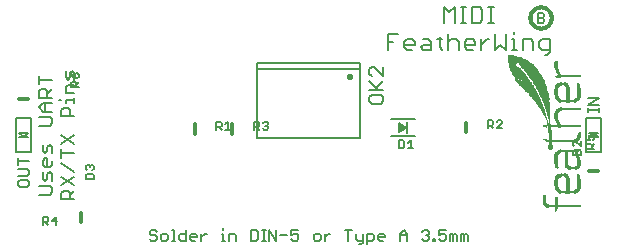
<source format=gbr>
G04 EAGLE Gerber RS-274X export*
G75*
%MOMM*%
%FSLAX34Y34*%
%LPD*%
%INSilkscreen Top*%
%IPPOS*%
%AMOC8*
5,1,8,0,0,1.08239X$1,22.5*%
G01*
%ADD10C,0.127000*%
%ADD11C,0.203200*%
%ADD12C,0.177800*%
%ADD13C,0.152400*%
%ADD14C,0.552200*%
%ADD15C,0.304800*%
%ADD16R,0.200000X1.000000*%
%ADD17R,0.015241X0.137159*%
%ADD18R,0.015241X0.594359*%
%ADD19R,0.015241X0.335281*%
%ADD20R,0.015241X0.594363*%
%ADD21R,0.015238X0.243841*%
%ADD22R,0.015238X0.822959*%
%ADD23R,0.015238X0.472441*%
%ADD24R,0.015238X0.015238*%
%ADD25R,0.015238X0.426719*%
%ADD26R,0.015238X0.243838*%
%ADD27R,0.015238X0.822963*%
%ADD28R,0.015241X0.243841*%
%ADD29R,0.015241X0.975359*%
%ADD30R,0.015241X0.563878*%
%ADD31R,0.015241X0.030478*%
%ADD32R,0.015241X0.502919*%
%ADD33R,0.015241X0.243838*%
%ADD34R,0.015241X1.082037*%
%ADD35R,0.015241X0.655319*%
%ADD36R,0.015241X0.045719*%
%ADD37R,0.015241X0.548641*%
%ADD38R,0.015241X1.082041*%
%ADD39R,0.015241X1.203959*%
%ADD40R,0.015241X0.731522*%
%ADD41R,0.015241X0.060959*%
%ADD42R,0.015241X0.579119*%
%ADD43R,0.015241X1.188719*%
%ADD44R,0.015241X1.280163*%
%ADD45R,0.015241X0.792478*%
%ADD46R,0.015241X0.076200*%
%ADD47R,0.015241X1.280159*%
%ADD48R,0.015238X1.371600*%
%ADD49R,0.015238X0.868681*%
%ADD50R,0.015238X0.091438*%
%ADD51R,0.015238X0.624841*%
%ADD52R,0.015241X1.417319*%
%ADD53R,0.015241X0.929641*%
%ADD54R,0.015241X0.091438*%
%ADD55R,0.015241X0.640078*%
%ADD56R,0.015241X1.432559*%
%ADD57R,0.015241X0.975363*%
%ADD58R,0.015241X0.106678*%
%ADD59R,0.015241X1.447800*%
%ADD60R,0.015241X1.036319*%
%ADD61R,0.015241X0.121919*%
%ADD62R,0.015241X0.670559*%
%ADD63R,0.015241X1.463037*%
%ADD64R,0.015241X1.097278*%
%ADD65R,0.015241X0.685800*%
%ADD66R,0.015241X1.463041*%
%ADD67R,0.015238X1.478278*%
%ADD68R,0.015238X1.143000*%
%ADD69R,0.015238X0.152400*%
%ADD70R,0.015238X0.701041*%
%ADD71R,0.015241X1.493519*%
%ADD72R,0.015241X1.188722*%
%ADD73R,0.015241X0.167637*%
%ADD74R,0.015241X0.701037*%
%ADD75R,0.015241X1.508759*%
%ADD76R,0.015241X1.219200*%
%ADD77R,0.015241X0.182878*%
%ADD78R,0.015241X1.524000*%
%ADD79R,0.015241X0.198119*%
%ADD80R,0.015241X0.426719*%
%ADD81R,0.015241X0.777241*%
%ADD82R,0.015241X0.213359*%
%ADD83R,0.015241X0.518159*%
%ADD84R,0.015238X0.411478*%
%ADD85R,0.015238X0.396238*%
%ADD86R,0.015238X0.365759*%
%ADD87R,0.015238X0.685800*%
%ADD88R,0.015238X0.213359*%
%ADD89R,0.015238X0.441959*%
%ADD90R,0.015238X0.411481*%
%ADD91R,0.015238X0.396241*%
%ADD92R,0.015241X0.365759*%
%ADD93R,0.015241X0.335278*%
%ADD94R,0.015241X0.868678*%
%ADD95R,0.015241X0.396241*%
%ADD96R,0.015241X0.365762*%
%ADD97R,0.015241X0.350519*%
%ADD98R,0.015241X0.320041*%
%ADD99R,0.015241X0.350522*%
%ADD100R,0.015241X0.304800*%
%ADD101R,0.015241X0.731519*%
%ADD102R,0.015241X0.320038*%
%ADD103R,0.015241X0.289559*%
%ADD104R,0.015238X0.289559*%
%ADD105R,0.015238X0.274319*%
%ADD106R,0.015238X0.609600*%
%ADD107R,0.015238X0.304800*%
%ADD108R,0.015241X0.274322*%
%ADD109R,0.015241X0.274319*%
%ADD110R,0.015241X0.259081*%
%ADD111R,0.015241X0.457200*%
%ADD112R,0.015241X0.411478*%
%ADD113R,0.015238X0.259081*%
%ADD114R,0.015238X0.259078*%
%ADD115R,0.015241X0.259078*%
%ADD116R,0.015241X0.228600*%
%ADD117R,0.015238X0.228600*%
%ADD118R,0.015238X0.274322*%
%ADD119R,0.015241X1.295400*%
%ADD120R,0.015241X1.386841*%
%ADD121R,0.015241X1.478281*%
%ADD122R,0.015238X1.508763*%
%ADD123R,0.015238X0.320041*%
%ADD124R,0.015238X1.508759*%
%ADD125R,0.015241X1.539241*%
%ADD126R,0.015241X1.569722*%
%ADD127R,0.015241X1.584963*%
%ADD128R,0.015241X0.441959*%
%ADD129R,0.015241X1.584959*%
%ADD130R,0.015241X1.600200*%
%ADD131R,0.015241X0.640081*%
%ADD132R,0.015238X1.615441*%
%ADD133R,0.015238X0.899163*%
%ADD134R,0.015241X1.630681*%
%ADD135R,0.015241X1.127759*%
%ADD136R,0.015241X1.645922*%
%ADD137R,0.015241X1.569719*%
%ADD138R,0.015241X1.661163*%
%ADD139R,0.015241X1.554478*%
%ADD140R,0.015241X1.661159*%
%ADD141R,0.015238X1.661163*%
%ADD142R,0.015238X1.539238*%
%ADD143R,0.015238X1.661159*%
%ADD144R,0.015241X1.676400*%
%ADD145R,0.015241X0.381000*%
%ADD146R,0.015241X1.478278*%
%ADD147R,0.015238X1.432559*%
%ADD148R,0.015241X1.402078*%
%ADD149R,0.015241X1.356359*%
%ADD150R,0.015241X1.310638*%
%ADD151R,0.015238X0.381000*%
%ADD152R,0.015241X0.472441*%
%ADD153R,0.015241X0.289563*%
%ADD154R,0.015241X0.472438*%
%ADD155R,0.015241X0.533400*%
%ADD156R,0.015238X0.548638*%
%ADD157R,0.015238X0.320038*%
%ADD158R,0.015241X0.716281*%
%ADD159R,0.015241X0.411481*%
%ADD160R,0.015241X0.015238*%
%ADD161R,0.015241X0.426722*%
%ADD162R,0.015241X0.883919*%
%ADD163R,0.015241X0.502922*%
%ADD164R,0.015241X0.487678*%
%ADD165R,0.015241X0.746759*%
%ADD166R,0.015241X0.487681*%
%ADD167R,0.015241X0.579122*%
%ADD168R,0.015238X0.914400*%
%ADD169R,0.015238X1.447800*%
%ADD170R,0.015238X0.350519*%
%ADD171R,0.015238X0.563881*%
%ADD172R,0.015238X0.198119*%
%ADD173R,0.015238X1.051559*%
%ADD174R,0.015241X0.182881*%
%ADD175R,0.015241X1.021078*%
%ADD176R,0.015241X0.960119*%
%ADD177R,0.015241X1.402081*%
%ADD178R,0.015241X1.234441*%
%ADD179R,0.015241X0.167641*%
%ADD180R,0.015241X1.005841*%
%ADD181R,0.015241X0.990600*%
%ADD182R,0.015241X1.386838*%
%ADD183R,0.015241X0.152400*%
%ADD184R,0.015241X1.143000*%
%ADD185R,0.015241X1.356363*%
%ADD186R,0.015241X0.944878*%
%ADD187R,0.015238X1.036319*%
%ADD188R,0.015238X1.325881*%
%ADD189R,0.015238X1.402078*%
%ADD190R,0.015238X1.112522*%
%ADD191R,0.015238X0.137159*%
%ADD192R,0.015241X1.051559*%
%ADD193R,0.015241X1.066800*%
%ADD194R,0.015241X1.264919*%
%ADD195R,0.015241X1.371600*%
%ADD196R,0.015241X0.106681*%
%ADD197R,0.015241X0.853441*%
%ADD198R,0.015241X1.112519*%
%ADD199R,0.015241X1.203963*%
%ADD200R,0.015241X0.091441*%
%ADD201R,0.015241X0.822959*%
%ADD202R,0.015241X1.173481*%
%ADD203R,0.015241X1.341119*%
%ADD204R,0.015241X0.914400*%
%ADD205R,0.015238X1.158241*%
%ADD206R,0.015238X1.112519*%
%ADD207R,0.015238X1.325878*%
%ADD208R,0.015238X0.853441*%
%ADD209R,0.015238X0.060959*%
%ADD210R,0.015238X0.762000*%
%ADD211R,0.015241X1.249681*%
%ADD212R,0.015241X1.036322*%
%ADD213R,0.015241X0.716278*%
%ADD214R,0.015241X0.883922*%
%ADD215R,0.015241X0.030481*%
%ADD216R,0.015241X0.624841*%
%ADD217R,0.015241X0.563881*%
%ADD218R,0.015241X0.015241*%
%ADD219R,0.015238X0.502919*%
%ADD220R,0.015238X0.777241*%
%ADD221R,0.015238X0.457200*%
%ADD222R,0.015241X0.838200*%
%ADD223R,0.015241X1.615441*%
%ADD224R,0.015241X1.752600*%
%ADD225R,0.015241X1.859281*%
%ADD226R,0.015238X2.118359*%
%ADD227R,0.015241X2.118359*%
%ADD228R,0.015241X2.209800*%
%ADD229R,0.015241X2.286000*%
%ADD230R,0.015241X0.198122*%
%ADD231R,0.015238X2.362200*%
%ADD232R,0.015238X1.082041*%
%ADD233R,0.015241X1.828800*%
%ADD234R,0.015241X1.417322*%
%ADD235R,0.015241X2.971800*%
%ADD236R,0.015241X1.173478*%
%ADD237R,0.015241X0.807722*%
%ADD238R,0.015241X0.441963*%
%ADD239R,0.015238X0.594359*%
%ADD240R,0.015238X1.249678*%
%ADD241R,0.015238X0.624838*%
%ADD242R,0.015241X1.158241*%
%ADD243R,0.015241X0.777238*%
%ADD244R,0.015241X0.929638*%
%ADD245R,0.015241X0.944881*%
%ADD246R,0.015241X2.042162*%
%ADD247R,0.015238X0.167641*%
%ADD248R,0.015238X2.026919*%
%ADD249R,0.015241X1.935478*%
%ADD250R,0.015241X1.706881*%
%ADD251R,0.015238X0.076200*%
%ADD252R,0.015238X1.524000*%
%ADD253R,0.015241X1.325878*%
%ADD254R,0.015241X1.158238*%
%ADD255R,0.015238X0.106678*%
%ADD256R,0.015238X0.213363*%
%ADD257R,0.015241X1.021081*%
%ADD258R,0.015241X0.960122*%
%ADD259R,0.015241X1.798319*%
%ADD260R,0.015238X0.944881*%
%ADD261R,0.015238X0.335278*%
%ADD262R,0.015238X1.691641*%
%ADD263R,0.015241X0.213363*%
%ADD264R,0.015241X1.950722*%
%ADD265R,0.015241X0.899159*%
%ADD266R,0.015238X0.883922*%
%ADD267R,0.015238X0.045719*%
%ADD268R,0.015238X1.950722*%
%ADD269R,0.015241X0.868681*%
%ADD270R,0.015241X1.935481*%
%ADD271R,0.015241X1.920241*%
%ADD272R,0.015238X0.015241*%
%ADD273R,0.015238X0.518159*%
%ADD274R,0.015238X1.905000*%
%ADD275R,0.015241X0.548638*%
%ADD276R,0.015241X1.905000*%
%ADD277R,0.015241X1.889759*%
%ADD278R,0.015241X1.889763*%
%ADD279R,0.015241X1.874519*%
%ADD280R,0.015238X1.859281*%
%ADD281R,0.015241X0.609600*%
%ADD282R,0.015241X1.859278*%
%ADD283R,0.015241X1.844041*%
%ADD284R,0.015241X1.844037*%
%ADD285R,0.015238X0.670559*%
%ADD286R,0.015238X1.828800*%
%ADD287R,0.015241X0.701041*%
%ADD288R,0.015241X1.798322*%
%ADD289R,0.015238X0.731519*%
%ADD290R,0.015238X1.798319*%
%ADD291R,0.015241X0.762000*%
%ADD292R,0.015241X1.783078*%
%ADD293R,0.015241X1.691641*%
%ADD294R,0.015238X0.167637*%
%ADD295R,0.015238X1.356359*%
%ADD296R,0.015238X0.929641*%
%ADD297R,0.015238X0.701037*%
%ADD298R,0.015241X0.853438*%
%ADD299R,0.015241X0.807719*%
%ADD300R,0.015241X0.792481*%
%ADD301R,0.015241X0.822963*%
%ADD302R,0.015241X1.706878*%
%ADD303R,0.015238X0.960122*%
%ADD304R,0.015238X1.645922*%
%ADD305R,0.015241X1.645919*%
%ADD306R,0.015241X0.045722*%
%ADD307R,0.015238X0.030481*%
%ADD308R,0.015238X1.615438*%
%ADD309R,0.015238X1.005841*%
%ADD310R,0.015238X1.569719*%
%ADD311R,0.015241X1.554481*%
%ADD312R,0.015241X1.539238*%
%ADD313R,0.015238X1.066800*%
%ADD314R,0.015241X1.493522*%
%ADD315R,0.015238X1.097281*%
%ADD316R,0.015241X1.432562*%
%ADD317R,0.015238X1.417319*%
%ADD318R,0.015238X0.960119*%
%ADD319R,0.015241X1.325881*%
%ADD320R,0.015241X1.051562*%
%ADD321R,0.015241X1.097281*%
%ADD322R,0.015238X0.746759*%
%ADD323R,0.015241X0.655322*%
%ADD324R,0.015241X0.060963*%
%ADD325R,0.015241X1.234438*%
%ADD326R,0.015238X1.188719*%
%ADD327R,0.015238X1.219200*%
%ADD328R,0.015238X1.173481*%
%ADD329R,0.015241X1.127763*%
%ADD330R,0.015238X1.127759*%
%ADD331R,0.015238X1.203959*%
%ADD332R,0.015238X1.051562*%
%ADD333R,0.015238X1.249681*%
%ADD334R,0.015238X0.030478*%
%ADD335R,0.015238X1.310638*%
%ADD336R,0.015241X1.341122*%
%ADD337R,0.015238X1.386841*%
%ADD338R,0.015238X0.563878*%
%ADD339R,0.015238X0.838200*%
%ADD340R,0.015238X0.807719*%
%ADD341R,0.015238X0.899159*%
%ADD342R,0.015241X0.746762*%
%ADD343R,0.015238X0.716278*%
%ADD344R,0.015238X0.533400*%
%ADD345R,0.015238X0.990600*%
%ADD346R,0.015238X0.198122*%
%ADD347R,0.015238X0.579119*%
%ADD348R,0.015241X0.137162*%
%ADD349R,0.015238X0.182878*%
%ADD350R,0.015238X1.600200*%
%ADD351R,0.015238X0.182881*%
%ADD352R,0.015238X1.554481*%
%ADD353R,0.015241X1.508763*%
%ADD354R,0.015238X0.091441*%
%ADD355R,0.015238X1.463041*%
%ADD356R,0.015238X1.280159*%
%ADD357R,0.015241X1.249678*%

G36*
X332055Y117643D02*
X332055Y117643D01*
X332126Y117641D01*
X332196Y117660D01*
X332267Y117668D01*
X332322Y117693D01*
X332401Y117713D01*
X332504Y117774D01*
X332573Y117805D01*
X335573Y119805D01*
X335660Y119882D01*
X335750Y119955D01*
X335765Y119977D01*
X335785Y119995D01*
X335847Y120092D01*
X335914Y120187D01*
X335922Y120213D01*
X335937Y120235D01*
X335969Y120346D01*
X336007Y120456D01*
X336008Y120483D01*
X336015Y120508D01*
X336015Y120624D01*
X336021Y120740D01*
X336015Y120766D01*
X336015Y120793D01*
X335983Y120904D01*
X335957Y121017D01*
X335944Y121040D01*
X335936Y121066D01*
X335874Y121164D01*
X335818Y121265D01*
X335800Y121281D01*
X335785Y121306D01*
X335577Y121491D01*
X335573Y121495D01*
X332573Y123495D01*
X332509Y123526D01*
X332449Y123566D01*
X332381Y123587D01*
X332317Y123618D01*
X332246Y123630D01*
X332178Y123651D01*
X332107Y123653D01*
X332037Y123665D01*
X331965Y123657D01*
X331894Y123659D01*
X331825Y123641D01*
X331754Y123632D01*
X331688Y123605D01*
X331619Y123587D01*
X331558Y123550D01*
X331492Y123523D01*
X331436Y123478D01*
X331374Y123442D01*
X331325Y123390D01*
X331270Y123345D01*
X331229Y123287D01*
X331180Y123234D01*
X331147Y123171D01*
X331106Y123113D01*
X331083Y123045D01*
X331050Y122981D01*
X331040Y122922D01*
X331013Y122844D01*
X331007Y122725D01*
X330995Y122650D01*
X330995Y118650D01*
X331005Y118579D01*
X331005Y118507D01*
X331025Y118439D01*
X331035Y118369D01*
X331064Y118303D01*
X331084Y118234D01*
X331122Y118174D01*
X331151Y118109D01*
X331197Y118054D01*
X331235Y117994D01*
X331289Y117946D01*
X331335Y117892D01*
X331394Y117852D01*
X331448Y117805D01*
X331512Y117774D01*
X331571Y117735D01*
X331640Y117713D01*
X331704Y117682D01*
X331774Y117670D01*
X331842Y117649D01*
X331914Y117647D01*
X331985Y117635D01*
X332055Y117643D01*
G37*
D10*
X8247Y74871D02*
X8247Y71905D01*
X9730Y70422D01*
X15662Y70422D01*
X17145Y71905D01*
X17145Y74871D01*
X15662Y76354D01*
X9730Y76354D01*
X8247Y74871D01*
X8247Y79777D02*
X15662Y79777D01*
X17145Y81260D01*
X17145Y84226D01*
X15662Y85709D01*
X8247Y85709D01*
X8247Y92098D02*
X17145Y92098D01*
X8247Y89133D02*
X8247Y95064D01*
X499745Y133809D02*
X499745Y136775D01*
X499745Y135292D02*
X490847Y135292D01*
X490847Y133809D02*
X490847Y136775D01*
X490847Y140046D02*
X499745Y140046D01*
X499745Y145978D02*
X490847Y140046D01*
X490847Y145978D02*
X499745Y145978D01*
D11*
X368788Y209296D02*
X368788Y222515D01*
X373194Y218109D01*
X377601Y222515D01*
X377601Y209296D01*
X382821Y209296D02*
X387227Y209296D01*
X385024Y209296D02*
X385024Y222515D01*
X382821Y222515D02*
X387227Y222515D01*
X392176Y222515D02*
X392176Y209296D01*
X398786Y209296D01*
X400989Y211499D01*
X400989Y220312D01*
X398786Y222515D01*
X392176Y222515D01*
X406209Y209296D02*
X410615Y209296D01*
X408412Y209296D02*
X408412Y222515D01*
X406209Y222515D02*
X410615Y222515D01*
X320843Y199655D02*
X320843Y186436D01*
X320843Y199655D02*
X329655Y199655D01*
X325249Y193046D02*
X320843Y193046D01*
X337079Y186436D02*
X341485Y186436D01*
X337079Y186436D02*
X334875Y188639D01*
X334875Y193046D01*
X337079Y195249D01*
X341485Y195249D01*
X343688Y193046D01*
X343688Y190842D01*
X334875Y190842D01*
X351111Y195249D02*
X355518Y195249D01*
X357721Y193046D01*
X357721Y186436D01*
X351111Y186436D01*
X348908Y188639D01*
X351111Y190842D01*
X357721Y190842D01*
X365144Y188639D02*
X365144Y197452D01*
X365144Y188639D02*
X367347Y186436D01*
X367347Y195249D02*
X362941Y195249D01*
X372296Y199655D02*
X372296Y186436D01*
X372296Y193046D02*
X374499Y195249D01*
X378906Y195249D01*
X381109Y193046D01*
X381109Y186436D01*
X388532Y186436D02*
X392939Y186436D01*
X388532Y186436D02*
X386329Y188639D01*
X386329Y193046D01*
X388532Y195249D01*
X392939Y195249D01*
X395142Y193046D01*
X395142Y190842D01*
X386329Y190842D01*
X400362Y186436D02*
X400362Y195249D01*
X404768Y195249D02*
X400362Y190842D01*
X404768Y195249D02*
X406971Y195249D01*
X412056Y199655D02*
X412056Y186436D01*
X416462Y190842D01*
X420869Y186436D01*
X420869Y199655D01*
X426088Y195249D02*
X428292Y195249D01*
X428292Y186436D01*
X430495Y186436D02*
X426088Y186436D01*
X428292Y199655D02*
X428292Y201859D01*
X435444Y195249D02*
X435444Y186436D01*
X435444Y195249D02*
X442053Y195249D01*
X444257Y193046D01*
X444257Y186436D01*
X453883Y182030D02*
X456086Y182030D01*
X458289Y184233D01*
X458289Y195249D01*
X451680Y195249D01*
X449476Y193046D01*
X449476Y188639D01*
X451680Y186436D01*
X458289Y186436D01*
D12*
X34754Y63836D02*
X25645Y63836D01*
X34754Y63836D02*
X36576Y65658D01*
X36576Y69302D01*
X34754Y71124D01*
X25645Y71124D01*
X36576Y75530D02*
X36576Y80996D01*
X34754Y82818D01*
X32932Y80996D01*
X32932Y77352D01*
X31110Y75530D01*
X29288Y77352D01*
X29288Y82818D01*
X36576Y89046D02*
X36576Y92690D01*
X36576Y89046D02*
X34754Y87224D01*
X31110Y87224D01*
X29288Y89046D01*
X29288Y92690D01*
X31110Y94512D01*
X32932Y94512D01*
X32932Y87224D01*
X36576Y98918D02*
X36576Y104384D01*
X34754Y106205D01*
X32932Y104384D01*
X32932Y100740D01*
X31110Y98918D01*
X29288Y100740D01*
X29288Y106205D01*
X25645Y122306D02*
X34754Y122306D01*
X36576Y124128D01*
X36576Y127772D01*
X34754Y129593D01*
X25645Y129593D01*
X29288Y134000D02*
X36576Y134000D01*
X29288Y134000D02*
X25645Y137644D01*
X29288Y141287D01*
X36576Y141287D01*
X31110Y141287D02*
X31110Y134000D01*
X25645Y145694D02*
X36576Y145694D01*
X25645Y145694D02*
X25645Y151159D01*
X27467Y152981D01*
X31110Y152981D01*
X32932Y151159D01*
X32932Y145694D01*
X32932Y149338D02*
X36576Y152981D01*
X36576Y161032D02*
X25645Y161032D01*
X25645Y164675D02*
X25645Y157388D01*
X44695Y59938D02*
X55626Y59938D01*
X44695Y59938D02*
X44695Y65404D01*
X46517Y67226D01*
X50160Y67226D01*
X51982Y65404D01*
X51982Y59938D01*
X51982Y63582D02*
X55626Y67226D01*
X55626Y78920D02*
X44695Y71632D01*
X44695Y78920D02*
X55626Y71632D01*
X55626Y83326D02*
X44695Y90614D01*
X44695Y98664D02*
X55626Y98664D01*
X44695Y95020D02*
X44695Y102307D01*
X44695Y106714D02*
X55626Y114001D01*
X55626Y106714D02*
X44695Y114001D01*
X44695Y130102D02*
X55626Y130102D01*
X44695Y130102D02*
X44695Y135568D01*
X46517Y137389D01*
X50160Y137389D01*
X51982Y135568D01*
X51982Y130102D01*
X48338Y141796D02*
X48338Y143618D01*
X55626Y143618D01*
X55626Y141796D02*
X55626Y145440D01*
X44695Y143618D02*
X42873Y143618D01*
X48338Y149592D02*
X55626Y149592D01*
X48338Y149592D02*
X48338Y155057D01*
X50160Y156879D01*
X55626Y156879D01*
X55626Y161286D02*
X55626Y166751D01*
X53804Y168573D01*
X51982Y166751D01*
X51982Y163108D01*
X50160Y161286D01*
X48338Y163108D01*
X48338Y168573D01*
D10*
X123924Y33663D02*
X125407Y32180D01*
X123924Y33663D02*
X120958Y33663D01*
X119475Y32180D01*
X119475Y30697D01*
X120958Y29214D01*
X123924Y29214D01*
X125407Y27731D01*
X125407Y26248D01*
X123924Y24765D01*
X120958Y24765D01*
X119475Y26248D01*
X130313Y24765D02*
X133279Y24765D01*
X134762Y26248D01*
X134762Y29214D01*
X133279Y30697D01*
X130313Y30697D01*
X128830Y29214D01*
X128830Y26248D01*
X130313Y24765D01*
X138185Y33663D02*
X139668Y33663D01*
X139668Y24765D01*
X138185Y24765D02*
X141151Y24765D01*
X150354Y24765D02*
X150354Y33663D01*
X150354Y24765D02*
X145905Y24765D01*
X144422Y26248D01*
X144422Y29214D01*
X145905Y30697D01*
X150354Y30697D01*
X155260Y24765D02*
X158226Y24765D01*
X155260Y24765D02*
X153777Y26248D01*
X153777Y29214D01*
X155260Y30697D01*
X158226Y30697D01*
X159709Y29214D01*
X159709Y27731D01*
X153777Y27731D01*
X163133Y24765D02*
X163133Y30697D01*
X166098Y30697D02*
X163133Y27731D01*
X166098Y30697D02*
X167581Y30697D01*
X180284Y30697D02*
X181767Y30697D01*
X181767Y24765D01*
X180284Y24765D02*
X183250Y24765D01*
X181767Y33663D02*
X181767Y35146D01*
X186521Y30697D02*
X186521Y24765D01*
X186521Y30697D02*
X190969Y30697D01*
X192452Y29214D01*
X192452Y24765D01*
X205231Y24765D02*
X205231Y33663D01*
X205231Y24765D02*
X209680Y24765D01*
X211163Y26248D01*
X211163Y32180D01*
X209680Y33663D01*
X205231Y33663D01*
X214586Y24765D02*
X217552Y24765D01*
X216069Y24765D02*
X216069Y33663D01*
X214586Y33663D02*
X217552Y33663D01*
X220823Y33663D02*
X220823Y24765D01*
X226755Y24765D02*
X220823Y33663D01*
X226755Y33663D02*
X226755Y24765D01*
X230178Y29214D02*
X236110Y29214D01*
X239533Y33663D02*
X245465Y33663D01*
X239533Y33663D02*
X239533Y29214D01*
X242499Y30697D01*
X243982Y30697D01*
X245465Y29214D01*
X245465Y26248D01*
X243982Y24765D01*
X241016Y24765D01*
X239533Y26248D01*
X259727Y24765D02*
X262692Y24765D01*
X264175Y26248D01*
X264175Y29214D01*
X262692Y30697D01*
X259727Y30697D01*
X258244Y29214D01*
X258244Y26248D01*
X259727Y24765D01*
X267599Y24765D02*
X267599Y30697D01*
X267599Y27731D02*
X270565Y30697D01*
X272048Y30697D01*
X287716Y33663D02*
X287716Y24765D01*
X284750Y33663D02*
X290682Y33663D01*
X294105Y30697D02*
X294105Y26248D01*
X295588Y24765D01*
X300037Y24765D01*
X300037Y23282D02*
X300037Y30697D01*
X300037Y23282D02*
X298554Y21799D01*
X297071Y21799D01*
X303460Y21799D02*
X303460Y30697D01*
X307909Y30697D01*
X309392Y29214D01*
X309392Y26248D01*
X307909Y24765D01*
X303460Y24765D01*
X314298Y24765D02*
X317264Y24765D01*
X314298Y24765D02*
X312816Y26248D01*
X312816Y29214D01*
X314298Y30697D01*
X317264Y30697D01*
X318747Y29214D01*
X318747Y27731D01*
X312816Y27731D01*
X331526Y24765D02*
X331526Y30697D01*
X334492Y33663D01*
X337458Y30697D01*
X337458Y24765D01*
X337458Y29214D02*
X331526Y29214D01*
X350236Y32180D02*
X351719Y33663D01*
X354685Y33663D01*
X356168Y32180D01*
X356168Y30697D01*
X354685Y29214D01*
X353202Y29214D01*
X354685Y29214D02*
X356168Y27731D01*
X356168Y26248D01*
X354685Y24765D01*
X351719Y24765D01*
X350236Y26248D01*
X359591Y26248D02*
X359591Y24765D01*
X359591Y26248D02*
X361074Y26248D01*
X361074Y24765D01*
X359591Y24765D01*
X364269Y33663D02*
X370201Y33663D01*
X364269Y33663D02*
X364269Y29214D01*
X367235Y30697D01*
X368718Y30697D01*
X370201Y29214D01*
X370201Y26248D01*
X368718Y24765D01*
X365752Y24765D01*
X364269Y26248D01*
X373624Y24765D02*
X373624Y30697D01*
X375107Y30697D01*
X376590Y29214D01*
X376590Y24765D01*
X376590Y29214D02*
X378073Y30697D01*
X379556Y29214D01*
X379556Y24765D01*
X382979Y24765D02*
X382979Y30697D01*
X384462Y30697D01*
X385945Y29214D01*
X385945Y24765D01*
X385945Y29214D02*
X387428Y30697D01*
X388911Y29214D01*
X388911Y24765D01*
D13*
X210400Y111710D02*
X210400Y170150D01*
X210400Y175310D01*
X210400Y111710D02*
X297850Y111710D01*
X297850Y175310D02*
X210400Y175310D01*
X297850Y175310D02*
X297850Y111710D01*
X296850Y170150D02*
X210400Y170150D01*
D14*
X289000Y163510D03*
D10*
X305425Y146533D02*
X305425Y142720D01*
X307332Y140813D01*
X314958Y140813D01*
X316865Y142720D01*
X316865Y146533D01*
X314958Y148440D01*
X307332Y148440D01*
X305425Y146533D01*
X305425Y152507D02*
X316865Y152507D01*
X313052Y152507D02*
X305425Y160134D01*
X311145Y154414D02*
X316865Y160134D01*
X316865Y164201D02*
X316865Y171827D01*
X316865Y164201D02*
X309239Y171827D01*
X307332Y171827D01*
X305425Y169921D01*
X305425Y166108D01*
X307332Y164201D01*
D15*
X157480Y123380D02*
X157480Y115380D01*
D13*
X176022Y118872D02*
X176022Y125482D01*
X179327Y125482D01*
X180428Y124380D01*
X180428Y122177D01*
X179327Y121075D01*
X176022Y121075D01*
X178225Y121075D02*
X180428Y118872D01*
X183506Y123278D02*
X185709Y125482D01*
X185709Y118872D01*
X183506Y118872D02*
X187913Y118872D01*
D15*
X387350Y116650D02*
X387350Y124650D01*
D13*
X405892Y126752D02*
X405892Y120142D01*
X405892Y126752D02*
X409197Y126752D01*
X410298Y125650D01*
X410298Y123447D01*
X409197Y122345D01*
X405892Y122345D01*
X408095Y122345D02*
X410298Y120142D01*
X413376Y120142D02*
X417783Y120142D01*
X417783Y124548D02*
X413376Y120142D01*
X417783Y124548D02*
X417783Y125650D01*
X416681Y126752D01*
X414478Y126752D01*
X413376Y125650D01*
D15*
X189230Y123380D02*
X189230Y115380D01*
D13*
X207772Y118872D02*
X207772Y125482D01*
X211077Y125482D01*
X212178Y124380D01*
X212178Y122177D01*
X211077Y121075D01*
X207772Y121075D01*
X209975Y121075D02*
X212178Y118872D01*
X215256Y124380D02*
X216358Y125482D01*
X218561Y125482D01*
X219663Y124380D01*
X219663Y123278D01*
X218561Y122177D01*
X217459Y122177D01*
X218561Y122177D02*
X219663Y121075D01*
X219663Y119974D01*
X218561Y118872D01*
X216358Y118872D01*
X215256Y119974D01*
D15*
X60960Y48450D02*
X60960Y40450D01*
D13*
X28974Y38354D02*
X28974Y44964D01*
X32279Y44964D01*
X33380Y43862D01*
X33380Y41659D01*
X32279Y40557D01*
X28974Y40557D01*
X31177Y40557D02*
X33380Y38354D01*
X39763Y38354D02*
X39763Y44964D01*
X36458Y41659D01*
X40864Y41659D01*
D11*
X324010Y113650D02*
X344010Y113650D01*
X344010Y127650D02*
X324010Y127650D01*
X330510Y116650D02*
X336510Y120650D01*
X330510Y116650D02*
X330510Y124650D01*
X336510Y120650D01*
D16*
X337510Y120650D03*
D13*
X330804Y109894D02*
X330804Y103284D01*
X334109Y103284D01*
X335210Y104386D01*
X335210Y108792D01*
X334109Y109894D01*
X330804Y109894D01*
X338288Y107690D02*
X340491Y109894D01*
X340491Y103284D01*
X338288Y103284D02*
X342694Y103284D01*
D11*
X488800Y100300D02*
X488800Y128300D01*
X501800Y128300D02*
X501800Y100300D01*
X501800Y128300D02*
X488800Y128300D01*
X488800Y100300D02*
X501800Y100300D01*
X495300Y116300D02*
X491300Y116300D01*
X495300Y116300D02*
X499300Y116300D01*
X495300Y116300D02*
X491300Y112300D01*
X499300Y112300D01*
X495300Y116300D01*
D13*
X484378Y97282D02*
X477768Y97282D01*
X484378Y97282D02*
X484378Y100587D01*
X483276Y101688D01*
X478870Y101688D01*
X477768Y100587D01*
X477768Y97282D01*
X484378Y104766D02*
X484378Y109173D01*
X479972Y109173D02*
X484378Y104766D01*
X479972Y109173D02*
X478870Y109173D01*
X477768Y108071D01*
X477768Y105868D01*
X478870Y104766D01*
D15*
X491300Y83820D02*
X499300Y83820D01*
D13*
X495808Y102362D02*
X489198Y102362D01*
X489198Y105667D01*
X490300Y106768D01*
X492503Y106768D01*
X493605Y105667D01*
X493605Y102362D01*
X493605Y104565D02*
X495808Y106768D01*
X489198Y109846D02*
X489198Y114253D01*
X489198Y109846D02*
X492503Y109846D01*
X491402Y112049D01*
X491402Y113151D01*
X492503Y114253D01*
X494706Y114253D01*
X495808Y113151D01*
X495808Y110948D01*
X494706Y109846D01*
D11*
X19200Y100300D02*
X19200Y128300D01*
X6200Y128300D02*
X6200Y100300D01*
X19200Y100300D01*
X19200Y128300D02*
X6200Y128300D01*
X12700Y112300D02*
X16700Y112300D01*
X12700Y112300D02*
X8700Y112300D01*
X12700Y112300D02*
X16700Y116300D01*
X8700Y116300D01*
X12700Y112300D01*
D13*
X65526Y77234D02*
X72136Y77234D01*
X72136Y80539D01*
X71034Y81640D01*
X66628Y81640D01*
X65526Y80539D01*
X65526Y77234D01*
X66628Y84718D02*
X65526Y85819D01*
X65526Y88023D01*
X66628Y89124D01*
X67730Y89124D01*
X68831Y88023D01*
X68831Y86921D01*
X68831Y88023D02*
X69933Y89124D01*
X71034Y89124D01*
X72136Y88023D01*
X72136Y85819D01*
X71034Y84718D01*
D15*
X16700Y144780D02*
X8700Y144780D01*
D13*
X52826Y154704D02*
X59436Y154704D01*
X52826Y154704D02*
X52826Y158009D01*
X53928Y159110D01*
X56131Y159110D01*
X57233Y158009D01*
X57233Y154704D01*
X57233Y156907D02*
X59436Y159110D01*
X53928Y164391D02*
X52826Y166594D01*
X53928Y164391D02*
X56131Y162188D01*
X58334Y162188D01*
X59436Y163289D01*
X59436Y165493D01*
X58334Y166594D01*
X57233Y166594D01*
X56131Y165493D01*
X56131Y162188D01*
D15*
X441870Y213360D02*
X441873Y213580D01*
X441881Y213801D01*
X441894Y214021D01*
X441913Y214240D01*
X441938Y214459D01*
X441967Y214678D01*
X442002Y214895D01*
X442043Y215112D01*
X442088Y215328D01*
X442139Y215542D01*
X442195Y215755D01*
X442257Y215967D01*
X442323Y216177D01*
X442395Y216385D01*
X442472Y216592D01*
X442554Y216796D01*
X442640Y216999D01*
X442732Y217199D01*
X442829Y217398D01*
X442930Y217593D01*
X443037Y217786D01*
X443148Y217977D01*
X443263Y218164D01*
X443383Y218349D01*
X443508Y218531D01*
X443637Y218709D01*
X443771Y218885D01*
X443908Y219057D01*
X444050Y219225D01*
X444196Y219391D01*
X444346Y219552D01*
X444500Y219710D01*
X444658Y219864D01*
X444819Y220014D01*
X444985Y220160D01*
X445153Y220302D01*
X445325Y220439D01*
X445501Y220573D01*
X445679Y220702D01*
X445861Y220827D01*
X446046Y220947D01*
X446233Y221062D01*
X446424Y221173D01*
X446617Y221280D01*
X446812Y221381D01*
X447011Y221478D01*
X447211Y221570D01*
X447414Y221656D01*
X447618Y221738D01*
X447825Y221815D01*
X448033Y221887D01*
X448243Y221953D01*
X448455Y222015D01*
X448668Y222071D01*
X448882Y222122D01*
X449098Y222167D01*
X449315Y222208D01*
X449532Y222243D01*
X449751Y222272D01*
X449970Y222297D01*
X450189Y222316D01*
X450409Y222329D01*
X450630Y222337D01*
X450850Y222340D01*
X451070Y222337D01*
X451291Y222329D01*
X451511Y222316D01*
X451730Y222297D01*
X451949Y222272D01*
X452168Y222243D01*
X452385Y222208D01*
X452602Y222167D01*
X452818Y222122D01*
X453032Y222071D01*
X453245Y222015D01*
X453457Y221953D01*
X453667Y221887D01*
X453875Y221815D01*
X454082Y221738D01*
X454286Y221656D01*
X454489Y221570D01*
X454689Y221478D01*
X454888Y221381D01*
X455083Y221280D01*
X455276Y221173D01*
X455467Y221062D01*
X455654Y220947D01*
X455839Y220827D01*
X456021Y220702D01*
X456199Y220573D01*
X456375Y220439D01*
X456547Y220302D01*
X456715Y220160D01*
X456881Y220014D01*
X457042Y219864D01*
X457200Y219710D01*
X457354Y219552D01*
X457504Y219391D01*
X457650Y219225D01*
X457792Y219057D01*
X457929Y218885D01*
X458063Y218709D01*
X458192Y218531D01*
X458317Y218349D01*
X458437Y218164D01*
X458552Y217977D01*
X458663Y217786D01*
X458770Y217593D01*
X458871Y217398D01*
X458968Y217199D01*
X459060Y216999D01*
X459146Y216796D01*
X459228Y216592D01*
X459305Y216385D01*
X459377Y216177D01*
X459443Y215967D01*
X459505Y215755D01*
X459561Y215542D01*
X459612Y215328D01*
X459657Y215112D01*
X459698Y214895D01*
X459733Y214678D01*
X459762Y214459D01*
X459787Y214240D01*
X459806Y214021D01*
X459819Y213801D01*
X459827Y213580D01*
X459830Y213360D01*
X459827Y213140D01*
X459819Y212919D01*
X459806Y212699D01*
X459787Y212480D01*
X459762Y212261D01*
X459733Y212042D01*
X459698Y211825D01*
X459657Y211608D01*
X459612Y211392D01*
X459561Y211178D01*
X459505Y210965D01*
X459443Y210753D01*
X459377Y210543D01*
X459305Y210335D01*
X459228Y210128D01*
X459146Y209924D01*
X459060Y209721D01*
X458968Y209521D01*
X458871Y209322D01*
X458770Y209127D01*
X458663Y208934D01*
X458552Y208743D01*
X458437Y208556D01*
X458317Y208371D01*
X458192Y208189D01*
X458063Y208011D01*
X457929Y207835D01*
X457792Y207663D01*
X457650Y207495D01*
X457504Y207329D01*
X457354Y207168D01*
X457200Y207010D01*
X457042Y206856D01*
X456881Y206706D01*
X456715Y206560D01*
X456547Y206418D01*
X456375Y206281D01*
X456199Y206147D01*
X456021Y206018D01*
X455839Y205893D01*
X455654Y205773D01*
X455467Y205658D01*
X455276Y205547D01*
X455083Y205440D01*
X454888Y205339D01*
X454689Y205242D01*
X454489Y205150D01*
X454286Y205064D01*
X454082Y204982D01*
X453875Y204905D01*
X453667Y204833D01*
X453457Y204767D01*
X453245Y204705D01*
X453032Y204649D01*
X452818Y204598D01*
X452602Y204553D01*
X452385Y204512D01*
X452168Y204477D01*
X451949Y204448D01*
X451730Y204423D01*
X451511Y204404D01*
X451291Y204391D01*
X451070Y204383D01*
X450850Y204380D01*
X450630Y204383D01*
X450409Y204391D01*
X450189Y204404D01*
X449970Y204423D01*
X449751Y204448D01*
X449532Y204477D01*
X449315Y204512D01*
X449098Y204553D01*
X448882Y204598D01*
X448668Y204649D01*
X448455Y204705D01*
X448243Y204767D01*
X448033Y204833D01*
X447825Y204905D01*
X447618Y204982D01*
X447414Y205064D01*
X447211Y205150D01*
X447011Y205242D01*
X446812Y205339D01*
X446617Y205440D01*
X446424Y205547D01*
X446233Y205658D01*
X446046Y205773D01*
X445861Y205893D01*
X445679Y206018D01*
X445501Y206147D01*
X445325Y206281D01*
X445153Y206418D01*
X444985Y206560D01*
X444819Y206706D01*
X444658Y206856D01*
X444500Y207010D01*
X444346Y207168D01*
X444196Y207329D01*
X444050Y207495D01*
X443908Y207663D01*
X443771Y207835D01*
X443637Y208011D01*
X443508Y208189D01*
X443383Y208371D01*
X443263Y208556D01*
X443148Y208743D01*
X443037Y208934D01*
X442930Y209127D01*
X442829Y209322D01*
X442732Y209521D01*
X442640Y209721D01*
X442554Y209924D01*
X442472Y210128D01*
X442395Y210335D01*
X442323Y210543D01*
X442257Y210753D01*
X442195Y210965D01*
X442139Y211178D01*
X442088Y211392D01*
X442043Y211608D01*
X442002Y211825D01*
X441967Y212042D01*
X441938Y212261D01*
X441913Y212480D01*
X441894Y212699D01*
X441881Y212919D01*
X441873Y213140D01*
X441870Y213360D01*
D11*
X448310Y209296D02*
X448310Y217431D01*
X452377Y217431D01*
X453733Y216075D01*
X453733Y214719D01*
X452377Y213363D01*
X453733Y212008D01*
X453733Y210652D01*
X452377Y209296D01*
X448310Y209296D01*
X448310Y213363D02*
X452377Y213363D01*
D17*
X484683Y90322D03*
D18*
X484530Y72492D03*
D19*
X484530Y90399D03*
D20*
X484530Y149606D03*
D21*
X484378Y54127D03*
D22*
X484378Y72873D03*
D23*
X484378Y90475D03*
D24*
X484378Y101600D03*
D25*
X484378Y114173D03*
D26*
X484378Y121793D03*
D21*
X484378Y136423D03*
D27*
X484378Y149987D03*
D21*
X484378Y164160D03*
D28*
X484226Y54127D03*
D29*
X484226Y73177D03*
D30*
X484226Y90627D03*
D31*
X484226Y101524D03*
D32*
X484226Y113792D03*
D33*
X484226Y121793D03*
D28*
X484226Y136423D03*
D29*
X484226Y150292D03*
D28*
X484226Y164160D03*
X484073Y54127D03*
D34*
X484073Y73406D03*
D35*
X484073Y90780D03*
D36*
X484073Y101448D03*
D37*
X484073Y113563D03*
D33*
X484073Y121793D03*
D28*
X484073Y136423D03*
D38*
X484073Y150520D03*
D28*
X484073Y164160D03*
X483921Y54127D03*
D39*
X483921Y73558D03*
D40*
X483921Y90856D03*
D41*
X483921Y101371D03*
D42*
X483921Y113411D03*
D33*
X483921Y121793D03*
D28*
X483921Y136423D03*
D43*
X483921Y150749D03*
D28*
X483921Y164160D03*
X483768Y54127D03*
D44*
X483768Y73787D03*
D45*
X483768Y91008D03*
D46*
X483768Y101295D03*
D18*
X483768Y113335D03*
D33*
X483768Y121793D03*
D28*
X483768Y136423D03*
D47*
X483768Y150901D03*
D28*
X483768Y164160D03*
D21*
X483616Y54127D03*
D48*
X483616Y73939D03*
D49*
X483616Y91084D03*
D50*
X483616Y101219D03*
D51*
X483616Y113182D03*
D26*
X483616Y121793D03*
D21*
X483616Y136423D03*
D48*
X483616Y151054D03*
D21*
X483616Y164160D03*
D28*
X483464Y54127D03*
D52*
X483464Y74016D03*
D53*
X483464Y91237D03*
D54*
X483464Y101219D03*
D55*
X483464Y113106D03*
D33*
X483464Y121793D03*
D28*
X483464Y136423D03*
D52*
X483464Y151130D03*
D28*
X483464Y164160D03*
X483311Y54127D03*
D56*
X483311Y73939D03*
D57*
X483311Y91313D03*
D58*
X483311Y101143D03*
D35*
X483311Y113030D03*
D33*
X483311Y121793D03*
D28*
X483311Y136423D03*
D56*
X483311Y151054D03*
D28*
X483311Y164160D03*
X483159Y54127D03*
D59*
X483159Y73863D03*
D60*
X483159Y91465D03*
D61*
X483159Y101067D03*
D62*
X483159Y112954D03*
D33*
X483159Y121793D03*
D28*
X483159Y136423D03*
D59*
X483159Y150978D03*
D28*
X483159Y164160D03*
X483006Y54127D03*
D63*
X483006Y73787D03*
D64*
X483006Y91618D03*
D17*
X483006Y100990D03*
D65*
X483006Y112878D03*
D33*
X483006Y121793D03*
D28*
X483006Y136423D03*
D66*
X483006Y150901D03*
D28*
X483006Y164160D03*
D21*
X482854Y54127D03*
D67*
X482854Y73711D03*
D68*
X482854Y91694D03*
D69*
X482854Y100914D03*
D70*
X482854Y112801D03*
D26*
X482854Y121793D03*
D21*
X482854Y136423D03*
D67*
X482854Y150825D03*
D21*
X482854Y164160D03*
D28*
X482702Y54127D03*
D71*
X482702Y73635D03*
D72*
X482702Y91770D03*
D73*
X482702Y100838D03*
D74*
X482702Y112649D03*
D33*
X482702Y121793D03*
D28*
X482702Y136423D03*
D71*
X482702Y150749D03*
D28*
X482702Y164160D03*
X482549Y54127D03*
D75*
X482549Y73558D03*
D76*
X482549Y91923D03*
D77*
X482549Y100762D03*
D55*
X482549Y112192D03*
D33*
X482549Y121793D03*
D28*
X482549Y136423D03*
D75*
X482549Y150673D03*
D28*
X482549Y164160D03*
X482397Y54127D03*
D78*
X482397Y73482D03*
D44*
X482397Y92075D03*
D79*
X482397Y100686D03*
D30*
X482397Y111811D03*
D33*
X482397Y121793D03*
D28*
X482397Y136423D03*
D78*
X482397Y150597D03*
D28*
X482397Y164160D03*
X482244Y54127D03*
D78*
X482244Y73482D03*
D80*
X482244Y87655D03*
D81*
X482244Y94894D03*
D82*
X482244Y100609D03*
D83*
X482244Y111430D03*
D33*
X482244Y121793D03*
D28*
X482244Y136423D03*
D78*
X482244Y150597D03*
D28*
X482244Y164160D03*
D21*
X482092Y54127D03*
D84*
X482092Y67767D03*
D85*
X482092Y79121D03*
D86*
X482092Y87351D03*
D87*
X482092Y95656D03*
D88*
X482092Y100609D03*
D89*
X482092Y111049D03*
D26*
X482092Y121793D03*
D21*
X482092Y136423D03*
D90*
X482092Y144882D03*
D91*
X482092Y156235D03*
D21*
X482092Y164160D03*
D28*
X481940Y54127D03*
D92*
X481940Y67539D03*
D82*
X481940Y80035D03*
D93*
X481940Y87046D03*
D94*
X481940Y97333D03*
D95*
X481940Y110668D03*
D33*
X481940Y121793D03*
D28*
X481940Y136423D03*
D96*
X481940Y144653D03*
D82*
X481940Y157150D03*
D28*
X481940Y164160D03*
X481787Y54127D03*
D97*
X481787Y67310D03*
D46*
X481787Y80721D03*
D98*
X481787Y86970D03*
D45*
X481787Y97714D03*
D99*
X481787Y110439D03*
D33*
X481787Y121793D03*
D28*
X481787Y136423D03*
D97*
X481787Y144424D03*
D46*
X481787Y157836D03*
D28*
X481787Y164160D03*
X481635Y54127D03*
D98*
X481635Y67158D03*
D100*
X481635Y86741D03*
D101*
X481635Y98019D03*
D19*
X481635Y110211D03*
D33*
X481635Y121793D03*
D28*
X481635Y136423D03*
D102*
X481635Y144272D03*
D28*
X481635Y164160D03*
X481482Y54127D03*
D100*
X481482Y66929D03*
D103*
X481482Y86665D03*
D62*
X481482Y98323D03*
D100*
X481482Y110058D03*
D33*
X481482Y121793D03*
D28*
X481482Y136423D03*
D100*
X481482Y144043D03*
D28*
X481482Y164160D03*
D21*
X481330Y54127D03*
D104*
X481330Y66853D03*
D105*
X481330Y86589D03*
D106*
X481330Y98628D03*
D107*
X481330Y109906D03*
D26*
X481330Y121793D03*
D21*
X481330Y136423D03*
D104*
X481330Y143967D03*
D21*
X481330Y164160D03*
D28*
X481178Y54127D03*
D103*
X481178Y66700D03*
D108*
X481178Y86436D03*
D30*
X481178Y98857D03*
D103*
X481178Y109830D03*
D33*
X481178Y121793D03*
D28*
X481178Y136423D03*
D103*
X481178Y143815D03*
D28*
X481178Y164160D03*
X481025Y54127D03*
D108*
X481025Y66624D03*
X481025Y86436D03*
D32*
X481025Y99162D03*
D109*
X481025Y109753D03*
D33*
X481025Y121793D03*
D28*
X481025Y136423D03*
D109*
X481025Y143739D03*
D28*
X481025Y164160D03*
X480873Y54127D03*
D108*
X480873Y66624D03*
D110*
X480873Y86360D03*
D111*
X480873Y99390D03*
D103*
X480873Y109677D03*
D33*
X480873Y121793D03*
D28*
X480873Y136423D03*
D109*
X480873Y143739D03*
D28*
X480873Y164160D03*
X480720Y54127D03*
D108*
X480720Y66472D03*
D110*
X480720Y86360D03*
D112*
X480720Y99619D03*
D109*
X480720Y109601D03*
D33*
X480720Y121793D03*
D28*
X480720Y136423D03*
D108*
X480720Y143586D03*
D28*
X480720Y164160D03*
D21*
X480568Y54127D03*
D113*
X480568Y66396D03*
X480568Y86208D03*
D86*
X480568Y99847D03*
D114*
X480568Y109525D03*
D26*
X480568Y121793D03*
D21*
X480568Y136423D03*
D113*
X480568Y143510D03*
D21*
X480568Y164160D03*
D28*
X480416Y54127D03*
D110*
X480416Y66396D03*
X480416Y86208D03*
D102*
X480416Y100076D03*
D115*
X480416Y109525D03*
D33*
X480416Y121793D03*
D28*
X480416Y136423D03*
D110*
X480416Y143510D03*
D28*
X480416Y164160D03*
X480263Y54127D03*
D115*
X480263Y66243D03*
D110*
X480263Y86208D03*
D109*
X480263Y100305D03*
X480263Y109449D03*
D33*
X480263Y121793D03*
D28*
X480263Y136423D03*
D110*
X480263Y143358D03*
D28*
X480263Y164160D03*
X480111Y54127D03*
D115*
X480111Y66243D03*
D28*
X480111Y86131D03*
D116*
X480111Y100533D03*
D110*
X480111Y109372D03*
D33*
X480111Y121793D03*
D28*
X480111Y136423D03*
D110*
X480111Y143358D03*
D28*
X480111Y164160D03*
X479958Y54127D03*
D33*
X479958Y66167D03*
D28*
X479958Y86131D03*
D116*
X479958Y100533D03*
D110*
X479958Y109372D03*
D33*
X479958Y121793D03*
D28*
X479958Y136423D03*
X479958Y143281D03*
X479958Y164160D03*
D21*
X479806Y54127D03*
D26*
X479806Y66167D03*
D21*
X479806Y86131D03*
D117*
X479806Y100533D03*
D113*
X479806Y109372D03*
D26*
X479806Y121793D03*
D21*
X479806Y136423D03*
X479806Y143281D03*
X479806Y164160D03*
D28*
X479654Y54127D03*
D115*
X479654Y66091D03*
D28*
X479654Y86131D03*
D116*
X479654Y100533D03*
D28*
X479654Y109296D03*
D33*
X479654Y121793D03*
D28*
X479654Y136423D03*
D115*
X479654Y143205D03*
D28*
X479654Y164160D03*
X479501Y54127D03*
X479501Y66015D03*
X479501Y86131D03*
D116*
X479501Y100533D03*
D110*
X479501Y109220D03*
D33*
X479501Y121793D03*
D28*
X479501Y136423D03*
D33*
X479501Y143129D03*
D28*
X479501Y164160D03*
X479349Y54127D03*
X479349Y66015D03*
X479349Y86131D03*
D116*
X479349Y100533D03*
D110*
X479349Y109220D03*
D33*
X479349Y121793D03*
D28*
X479349Y136423D03*
D33*
X479349Y143129D03*
D28*
X479349Y164160D03*
X479196Y54127D03*
X479196Y66015D03*
X479196Y86131D03*
D116*
X479196Y100533D03*
D110*
X479196Y109220D03*
D33*
X479196Y121793D03*
D28*
X479196Y136423D03*
D33*
X479196Y143129D03*
D28*
X479196Y164160D03*
D21*
X479044Y54127D03*
X479044Y66015D03*
X479044Y86131D03*
D117*
X479044Y100533D03*
D21*
X479044Y109144D03*
D26*
X479044Y121793D03*
D21*
X479044Y136423D03*
D26*
X479044Y143129D03*
D21*
X479044Y164160D03*
D28*
X478892Y54127D03*
X478892Y65862D03*
X478892Y86131D03*
D116*
X478892Y100533D03*
D28*
X478892Y109144D03*
D33*
X478892Y121793D03*
D28*
X478892Y136423D03*
X478892Y142977D03*
X478892Y164160D03*
X478739Y54127D03*
X478739Y65862D03*
X478739Y86131D03*
D116*
X478739Y100533D03*
D28*
X478739Y109144D03*
D33*
X478739Y121793D03*
D28*
X478739Y136423D03*
X478739Y142977D03*
X478739Y164160D03*
X478587Y54127D03*
X478587Y65862D03*
X478587Y86131D03*
D116*
X478587Y100533D03*
D28*
X478587Y109144D03*
D33*
X478587Y121793D03*
D28*
X478587Y136423D03*
X478587Y142977D03*
X478587Y164160D03*
X478434Y54127D03*
X478434Y65862D03*
X478434Y86131D03*
D116*
X478434Y100533D03*
D28*
X478434Y109144D03*
D33*
X478434Y121793D03*
D28*
X478434Y136423D03*
X478434Y142977D03*
X478434Y164160D03*
D21*
X478282Y54127D03*
X478282Y65862D03*
X478282Y86131D03*
D117*
X478282Y100533D03*
D21*
X478282Y109144D03*
D26*
X478282Y121793D03*
D21*
X478282Y136423D03*
X478282Y142977D03*
X478282Y164160D03*
D28*
X478130Y54127D03*
D116*
X478130Y65786D03*
D28*
X478130Y86131D03*
D116*
X478130Y100533D03*
D28*
X478130Y109144D03*
D33*
X478130Y121793D03*
D28*
X478130Y136423D03*
D116*
X478130Y142900D03*
D28*
X478130Y164160D03*
X477977Y54127D03*
D116*
X477977Y65786D03*
D28*
X477977Y86131D03*
D116*
X477977Y100533D03*
D28*
X477977Y108991D03*
D33*
X477977Y121793D03*
D28*
X477977Y136423D03*
D116*
X477977Y142900D03*
D28*
X477977Y164160D03*
X477825Y54127D03*
X477825Y65710D03*
X477825Y86131D03*
D116*
X477825Y100533D03*
D28*
X477825Y108991D03*
D33*
X477825Y121793D03*
D28*
X477825Y136423D03*
X477825Y142824D03*
X477825Y164160D03*
X477672Y54127D03*
X477672Y65710D03*
X477672Y86131D03*
D116*
X477672Y100533D03*
D28*
X477672Y108991D03*
D33*
X477672Y121793D03*
D28*
X477672Y136423D03*
X477672Y142824D03*
X477672Y164160D03*
D21*
X477520Y54127D03*
X477520Y65710D03*
X477520Y86131D03*
D117*
X477520Y100533D03*
D21*
X477520Y108991D03*
D26*
X477520Y121793D03*
D21*
X477520Y136423D03*
X477520Y142824D03*
X477520Y164160D03*
D28*
X477368Y54127D03*
X477368Y65710D03*
X477368Y86131D03*
D116*
X477368Y100533D03*
D28*
X477368Y108991D03*
D33*
X477368Y121793D03*
D28*
X477368Y136423D03*
X477368Y142824D03*
X477368Y164160D03*
X477215Y54127D03*
X477215Y65710D03*
X477215Y86131D03*
D116*
X477215Y100533D03*
D28*
X477215Y108991D03*
D33*
X477215Y121793D03*
D28*
X477215Y136423D03*
X477215Y142824D03*
X477215Y164160D03*
X477063Y54127D03*
X477063Y65710D03*
X477063Y86131D03*
D116*
X477063Y100533D03*
D28*
X477063Y108991D03*
D33*
X477063Y121793D03*
D28*
X477063Y136423D03*
X477063Y142824D03*
X477063Y164160D03*
X476910Y54127D03*
X476910Y65710D03*
X476910Y86131D03*
D116*
X476910Y100533D03*
D28*
X476910Y108991D03*
D33*
X476910Y121793D03*
D28*
X476910Y136423D03*
X476910Y142824D03*
X476910Y164160D03*
D21*
X476758Y54127D03*
X476758Y65710D03*
X476758Y86131D03*
D117*
X476758Y100533D03*
D21*
X476758Y108991D03*
D26*
X476758Y121793D03*
D21*
X476758Y136423D03*
X476758Y142824D03*
X476758Y164160D03*
D28*
X476606Y54127D03*
D116*
X476606Y65634D03*
D28*
X476606Y86131D03*
D116*
X476606Y100533D03*
D28*
X476606Y108991D03*
D33*
X476606Y121793D03*
D28*
X476606Y136423D03*
D116*
X476606Y142748D03*
D28*
X476606Y164160D03*
X476453Y54127D03*
D116*
X476453Y65634D03*
D28*
X476453Y86131D03*
D116*
X476453Y100533D03*
D28*
X476453Y108991D03*
D33*
X476453Y121793D03*
D28*
X476453Y136423D03*
D116*
X476453Y142748D03*
D28*
X476453Y164160D03*
X476301Y54127D03*
D116*
X476301Y65634D03*
D28*
X476301Y86131D03*
D116*
X476301Y100533D03*
D28*
X476301Y108991D03*
D33*
X476301Y121793D03*
D28*
X476301Y136423D03*
D116*
X476301Y142748D03*
D28*
X476301Y164160D03*
X476148Y54127D03*
D116*
X476148Y65634D03*
D28*
X476148Y86131D03*
D116*
X476148Y100533D03*
D28*
X476148Y108991D03*
D33*
X476148Y121793D03*
D28*
X476148Y136423D03*
D116*
X476148Y142748D03*
D28*
X476148Y164160D03*
D21*
X475996Y54127D03*
D117*
X475996Y65634D03*
D113*
X475996Y86208D03*
D117*
X475996Y100533D03*
D21*
X475996Y108991D03*
D26*
X475996Y121793D03*
D21*
X475996Y136423D03*
D117*
X475996Y142748D03*
D21*
X475996Y164160D03*
D28*
X475844Y54127D03*
D116*
X475844Y65634D03*
D110*
X475844Y86208D03*
D116*
X475844Y100533D03*
D28*
X475844Y108991D03*
D33*
X475844Y121793D03*
D28*
X475844Y136423D03*
D116*
X475844Y142748D03*
D28*
X475844Y164160D03*
X475691Y54127D03*
X475691Y65557D03*
D110*
X475691Y86208D03*
D116*
X475691Y100533D03*
D28*
X475691Y108991D03*
D33*
X475691Y121793D03*
D28*
X475691Y136423D03*
D116*
X475691Y142748D03*
D28*
X475691Y164160D03*
X475539Y54127D03*
X475539Y65557D03*
D110*
X475539Y86360D03*
D116*
X475539Y100533D03*
D28*
X475539Y108991D03*
D33*
X475539Y121793D03*
D28*
X475539Y136423D03*
X475539Y142672D03*
X475539Y164160D03*
X475386Y54127D03*
X475386Y65557D03*
D110*
X475386Y86360D03*
D116*
X475386Y100533D03*
D28*
X475386Y108991D03*
D33*
X475386Y121793D03*
D28*
X475386Y136423D03*
X475386Y142672D03*
X475386Y164160D03*
D21*
X475234Y54127D03*
X475234Y65557D03*
D118*
X475234Y86436D03*
D117*
X475234Y100533D03*
D21*
X475234Y108991D03*
D26*
X475234Y121793D03*
D21*
X475234Y136423D03*
X475234Y142672D03*
X475234Y164160D03*
D28*
X475082Y54127D03*
D119*
X475082Y70815D03*
D103*
X475082Y86512D03*
D116*
X475082Y100533D03*
D28*
X475082Y108991D03*
D33*
X475082Y121793D03*
D28*
X475082Y136423D03*
D119*
X475082Y147930D03*
D28*
X475082Y164160D03*
X474929Y54127D03*
D120*
X474929Y71272D03*
D103*
X474929Y86665D03*
D116*
X474929Y100533D03*
D28*
X474929Y108991D03*
D33*
X474929Y121793D03*
D28*
X474929Y136423D03*
D120*
X474929Y148387D03*
D28*
X474929Y164160D03*
X474777Y54127D03*
D59*
X474777Y71577D03*
D100*
X474777Y86741D03*
D116*
X474777Y100533D03*
D28*
X474777Y108991D03*
D33*
X474777Y121793D03*
D28*
X474777Y136423D03*
D59*
X474777Y148692D03*
D28*
X474777Y164160D03*
X474624Y54127D03*
D121*
X474624Y71730D03*
D98*
X474624Y86817D03*
D116*
X474624Y100533D03*
D28*
X474624Y108991D03*
D33*
X474624Y121793D03*
D28*
X474624Y136423D03*
D121*
X474624Y148844D03*
D28*
X474624Y164160D03*
D21*
X474472Y54127D03*
D122*
X474472Y71882D03*
D123*
X474472Y86970D03*
D117*
X474472Y100533D03*
D21*
X474472Y108991D03*
D26*
X474472Y121793D03*
D21*
X474472Y136423D03*
D124*
X474472Y148996D03*
D21*
X474472Y164160D03*
D28*
X474320Y54127D03*
D125*
X474320Y72034D03*
D97*
X474320Y87122D03*
D116*
X474320Y100533D03*
D28*
X474320Y108991D03*
D33*
X474320Y121793D03*
D28*
X474320Y136423D03*
D125*
X474320Y149149D03*
D28*
X474320Y164160D03*
X474167Y54127D03*
D126*
X474167Y72187D03*
D92*
X474167Y87351D03*
D116*
X474167Y100533D03*
D28*
X474167Y108991D03*
D33*
X474167Y121793D03*
D28*
X474167Y136423D03*
D126*
X474167Y149301D03*
D28*
X474167Y164160D03*
X474015Y54127D03*
D127*
X474015Y72263D03*
D128*
X474015Y87732D03*
D116*
X474015Y100533D03*
D28*
X474015Y108991D03*
D33*
X474015Y121793D03*
D28*
X474015Y136423D03*
D129*
X474015Y149377D03*
D28*
X474015Y164160D03*
X473862Y54127D03*
D130*
X473862Y72339D03*
D131*
X473862Y88875D03*
D116*
X473862Y100533D03*
D28*
X473862Y108991D03*
D33*
X473862Y121793D03*
D28*
X473862Y136423D03*
D130*
X473862Y149454D03*
D28*
X473862Y164160D03*
D21*
X473710Y54127D03*
D132*
X473710Y72415D03*
D133*
X473710Y90170D03*
D117*
X473710Y100533D03*
D21*
X473710Y108991D03*
D26*
X473710Y121793D03*
D21*
X473710Y136423D03*
D132*
X473710Y149530D03*
D21*
X473710Y164160D03*
D28*
X473558Y54127D03*
D134*
X473558Y72492D03*
D135*
X473558Y91465D03*
D116*
X473558Y100533D03*
D28*
X473558Y108991D03*
D33*
X473558Y121793D03*
D28*
X473558Y136423D03*
D134*
X473558Y149606D03*
D28*
X473558Y164160D03*
X473405Y54127D03*
D136*
X473405Y72568D03*
D137*
X473405Y93828D03*
D28*
X473405Y108991D03*
D33*
X473405Y121793D03*
D28*
X473405Y136423D03*
D136*
X473405Y149682D03*
D28*
X473405Y164160D03*
X473253Y54127D03*
D136*
X473253Y72568D03*
D137*
X473253Y93828D03*
D28*
X473253Y108991D03*
D33*
X473253Y121793D03*
D28*
X473253Y136423D03*
D136*
X473253Y149682D03*
D28*
X473253Y164160D03*
X473100Y54127D03*
D138*
X473100Y72644D03*
D139*
X473100Y93904D03*
D28*
X473100Y108991D03*
D33*
X473100Y121793D03*
D28*
X473100Y136423D03*
D140*
X473100Y149758D03*
D28*
X473100Y164160D03*
D21*
X472948Y54127D03*
D141*
X472948Y72644D03*
D142*
X472948Y93980D03*
D21*
X472948Y108991D03*
D26*
X472948Y121793D03*
D21*
X472948Y136423D03*
D143*
X472948Y149758D03*
D21*
X472948Y164160D03*
D28*
X472796Y54127D03*
D144*
X472796Y72720D03*
D78*
X472796Y94056D03*
D28*
X472796Y108991D03*
D33*
X472796Y121793D03*
D28*
X472796Y136423D03*
D144*
X472796Y149835D03*
D28*
X472796Y164160D03*
X472643Y54127D03*
X472643Y65557D03*
D145*
X472643Y79197D03*
D75*
X472643Y94132D03*
D28*
X472643Y108991D03*
D33*
X472643Y121793D03*
D28*
X472643Y136423D03*
X472643Y142672D03*
D145*
X472643Y156312D03*
D28*
X472643Y164160D03*
X472491Y54127D03*
X472491Y65557D03*
D97*
X472491Y79502D03*
D146*
X472491Y94285D03*
D28*
X472491Y108991D03*
D33*
X472491Y121793D03*
D28*
X472491Y136423D03*
X472491Y142672D03*
D97*
X472491Y156616D03*
D28*
X472491Y164160D03*
X472338Y54127D03*
X472338Y65557D03*
D98*
X472338Y79654D03*
D63*
X472338Y94361D03*
D28*
X472338Y108991D03*
D33*
X472338Y121793D03*
D28*
X472338Y136423D03*
X472338Y142672D03*
D98*
X472338Y156769D03*
D28*
X472338Y164160D03*
D21*
X472186Y54127D03*
X472186Y65557D03*
D104*
X472186Y79807D03*
D147*
X472186Y94513D03*
D21*
X472186Y108991D03*
D26*
X472186Y121793D03*
D21*
X472186Y136423D03*
X472186Y142672D03*
D104*
X472186Y156921D03*
D21*
X472186Y164160D03*
D28*
X472034Y54127D03*
X472034Y65557D03*
D109*
X472034Y79883D03*
D148*
X472034Y94666D03*
D28*
X472034Y108991D03*
D33*
X472034Y121793D03*
D28*
X472034Y136423D03*
X472034Y142672D03*
D109*
X472034Y156997D03*
D28*
X472034Y164160D03*
X471881Y54127D03*
X471881Y65557D03*
D109*
X471881Y80035D03*
D149*
X471881Y94894D03*
D28*
X471881Y108991D03*
D33*
X471881Y121793D03*
D28*
X471881Y136423D03*
X471881Y142672D03*
D108*
X471881Y157150D03*
D28*
X471881Y164160D03*
X471729Y54127D03*
D116*
X471729Y65634D03*
D110*
X471729Y80112D03*
D150*
X471729Y95123D03*
D28*
X471729Y108991D03*
D33*
X471729Y121793D03*
D28*
X471729Y136423D03*
D116*
X471729Y142748D03*
D110*
X471729Y157226D03*
D28*
X471729Y164160D03*
X471576Y54127D03*
D116*
X471576Y65634D03*
D110*
X471576Y80112D03*
D76*
X471576Y95580D03*
D28*
X471576Y108991D03*
D33*
X471576Y121793D03*
D28*
X471576Y136423D03*
D116*
X471576Y142748D03*
D110*
X471576Y157226D03*
D28*
X471576Y164160D03*
D21*
X471424Y54127D03*
D117*
X471424Y65634D03*
D113*
X471424Y80112D03*
D117*
X471424Y100533D03*
D21*
X471424Y108991D03*
D26*
X471424Y121793D03*
D21*
X471424Y136423D03*
D117*
X471424Y142748D03*
D113*
X471424Y157226D03*
D21*
X471424Y164160D03*
D28*
X471272Y54127D03*
D116*
X471272Y65634D03*
D28*
X471272Y80188D03*
D116*
X471272Y100533D03*
D28*
X471272Y108991D03*
D33*
X471272Y121793D03*
D28*
X471272Y136423D03*
D116*
X471272Y142748D03*
D28*
X471272Y157302D03*
X471272Y164160D03*
X471119Y54127D03*
D116*
X471119Y65634D03*
D28*
X471119Y80188D03*
D116*
X471119Y100533D03*
D28*
X471119Y108991D03*
D33*
X471119Y121793D03*
D28*
X471119Y136423D03*
X471119Y142824D03*
X471119Y157302D03*
X471119Y164160D03*
X470967Y54127D03*
X470967Y65710D03*
X470967Y80188D03*
D116*
X470967Y100533D03*
D28*
X470967Y108991D03*
D33*
X470967Y121793D03*
D28*
X470967Y136423D03*
X470967Y142824D03*
X470967Y157302D03*
X470967Y164160D03*
X470814Y54127D03*
X470814Y65710D03*
X470814Y80188D03*
D116*
X470814Y100533D03*
D28*
X470814Y108991D03*
D33*
X470814Y121793D03*
D28*
X470814Y136423D03*
X470814Y142824D03*
X470814Y157302D03*
X470814Y164160D03*
D21*
X470662Y54127D03*
X470662Y65710D03*
X470662Y80188D03*
D117*
X470662Y100533D03*
D21*
X470662Y108991D03*
D26*
X470662Y121793D03*
D21*
X470662Y136423D03*
X470662Y142824D03*
X470662Y157302D03*
X470662Y164160D03*
D28*
X470510Y54127D03*
X470510Y65710D03*
X470510Y80188D03*
D116*
X470510Y100533D03*
D28*
X470510Y108991D03*
D33*
X470510Y121793D03*
D28*
X470510Y136423D03*
X470510Y142824D03*
D116*
X470510Y157378D03*
D28*
X470510Y164160D03*
X470357Y54127D03*
X470357Y65710D03*
X470357Y80188D03*
D116*
X470357Y100533D03*
D28*
X470357Y108991D03*
D33*
X470357Y121793D03*
D28*
X470357Y136423D03*
X470357Y142824D03*
D116*
X470357Y157378D03*
D28*
X470357Y164160D03*
X470205Y54127D03*
X470205Y65710D03*
X470205Y80188D03*
D116*
X470205Y100533D03*
D28*
X470205Y108991D03*
D33*
X470205Y121793D03*
D28*
X470205Y136423D03*
X470205Y142824D03*
X470205Y157302D03*
X470205Y164160D03*
X470052Y54127D03*
X470052Y65710D03*
X470052Y80188D03*
D116*
X470052Y100533D03*
D28*
X470052Y108991D03*
D33*
X470052Y121793D03*
D28*
X470052Y136423D03*
X470052Y142824D03*
X470052Y157302D03*
X470052Y164160D03*
D21*
X469900Y54127D03*
X469900Y65710D03*
X469900Y80188D03*
D117*
X469900Y100533D03*
D21*
X469900Y108991D03*
D26*
X469900Y121793D03*
D21*
X469900Y136423D03*
X469900Y142824D03*
X469900Y157302D03*
X469900Y164160D03*
D28*
X469748Y54127D03*
D116*
X469748Y65786D03*
D28*
X469748Y80188D03*
D116*
X469748Y100533D03*
D28*
X469748Y108991D03*
D33*
X469748Y121793D03*
D28*
X469748Y136423D03*
D116*
X469748Y142900D03*
D28*
X469748Y157302D03*
X469748Y164160D03*
X469595Y54127D03*
D116*
X469595Y65786D03*
D28*
X469595Y80188D03*
D116*
X469595Y100533D03*
D28*
X469595Y108991D03*
D33*
X469595Y121793D03*
D28*
X469595Y136423D03*
D116*
X469595Y142900D03*
D28*
X469595Y157302D03*
X469595Y164160D03*
X469443Y54127D03*
X469443Y65862D03*
X469443Y80188D03*
D116*
X469443Y100533D03*
D28*
X469443Y108991D03*
D33*
X469443Y121793D03*
D28*
X469443Y136423D03*
X469443Y142977D03*
X469443Y157302D03*
X469443Y164160D03*
X469290Y54127D03*
X469290Y65862D03*
X469290Y80188D03*
D116*
X469290Y100533D03*
D28*
X469290Y108991D03*
D33*
X469290Y121793D03*
D28*
X469290Y136423D03*
X469290Y142977D03*
X469290Y157302D03*
X469290Y164160D03*
D21*
X469138Y54127D03*
X469138Y65862D03*
X469138Y80188D03*
D117*
X469138Y100533D03*
D21*
X469138Y108991D03*
D26*
X469138Y121793D03*
D21*
X469138Y136423D03*
X469138Y142977D03*
X469138Y157302D03*
X469138Y164160D03*
D28*
X468986Y54127D03*
X468986Y65862D03*
X468986Y80188D03*
D116*
X468986Y100533D03*
D28*
X468986Y108991D03*
D33*
X468986Y121793D03*
D28*
X468986Y136423D03*
X468986Y142977D03*
X468986Y157302D03*
X468986Y164160D03*
X468833Y54127D03*
X468833Y65862D03*
X468833Y80188D03*
D116*
X468833Y100533D03*
D28*
X468833Y108991D03*
D33*
X468833Y121793D03*
D115*
X468833Y136347D03*
D28*
X468833Y142977D03*
X468833Y157302D03*
X468833Y164160D03*
X468681Y54127D03*
X468681Y66015D03*
X468681Y80188D03*
D33*
X468681Y100457D03*
D28*
X468681Y108991D03*
D33*
X468681Y121793D03*
X468681Y136271D03*
X468681Y143129D03*
D28*
X468681Y157302D03*
X468681Y164160D03*
X468528Y54127D03*
X468528Y66015D03*
X468528Y80188D03*
D33*
X468528Y100457D03*
D28*
X468528Y108991D03*
D33*
X468528Y121793D03*
X468528Y136271D03*
X468528Y143129D03*
D28*
X468528Y157302D03*
X468528Y164160D03*
D21*
X468376Y54127D03*
X468376Y66015D03*
X468376Y80188D03*
D26*
X468376Y100457D03*
D21*
X468376Y108991D03*
D26*
X468376Y121793D03*
X468376Y136271D03*
X468376Y143129D03*
D21*
X468376Y157302D03*
X468376Y164160D03*
D28*
X468224Y54127D03*
X468224Y66015D03*
D110*
X468224Y80112D03*
D33*
X468224Y100457D03*
D28*
X468224Y108991D03*
D33*
X468224Y121793D03*
X468224Y136271D03*
X468224Y143129D03*
D110*
X468224Y157226D03*
D28*
X468224Y164160D03*
X468071Y54127D03*
D115*
X468071Y66091D03*
D28*
X468071Y80035D03*
D33*
X468071Y100457D03*
D28*
X468071Y108991D03*
D33*
X468071Y121793D03*
D115*
X468071Y136195D03*
X468071Y143205D03*
D28*
X468071Y157150D03*
X468071Y164160D03*
X467919Y54127D03*
D33*
X467919Y66167D03*
D28*
X467919Y80035D03*
D33*
X467919Y100457D03*
D28*
X467919Y108991D03*
D33*
X467919Y121793D03*
D115*
X467919Y136195D03*
D28*
X467919Y143281D03*
X467919Y157150D03*
X467919Y164160D03*
X467766Y54127D03*
D33*
X467766Y66167D03*
D28*
X467766Y80035D03*
D33*
X467766Y100457D03*
D28*
X467766Y108991D03*
D33*
X467766Y121793D03*
D28*
X467766Y136119D03*
X467766Y143281D03*
X467766Y157150D03*
X467766Y164160D03*
D21*
X467614Y54127D03*
D114*
X467614Y66243D03*
X467614Y79959D03*
D26*
X467614Y100457D03*
D21*
X467614Y108991D03*
D26*
X467614Y121793D03*
D113*
X467614Y136042D03*
X467614Y143358D03*
X467614Y157074D03*
D105*
X467614Y164313D03*
D28*
X467462Y54127D03*
D115*
X467462Y66243D03*
X467462Y79959D03*
X467462Y100381D03*
D28*
X467462Y108991D03*
D33*
X467462Y121793D03*
D110*
X467462Y136042D03*
X467462Y143358D03*
X467462Y157074D03*
D100*
X467462Y164465D03*
D28*
X467309Y54127D03*
D110*
X467309Y66396D03*
D115*
X467309Y79959D03*
X467309Y100381D03*
D28*
X467309Y108991D03*
D109*
X467309Y121945D03*
D110*
X467309Y136042D03*
X467309Y143510D03*
X467309Y157074D03*
D19*
X467309Y164617D03*
D28*
X467157Y54127D03*
D110*
X467157Y66396D03*
D115*
X467157Y79807D03*
D28*
X467157Y100305D03*
X467157Y108991D03*
D100*
X467157Y122098D03*
D110*
X467157Y135890D03*
X467157Y143510D03*
D115*
X467157Y156921D03*
D92*
X467157Y164770D03*
D28*
X467004Y54127D03*
D108*
X467004Y66472D03*
D115*
X467004Y79807D03*
D110*
X467004Y100228D03*
D28*
X467004Y108991D03*
D97*
X467004Y122326D03*
D108*
X467004Y135814D03*
X467004Y143586D03*
D115*
X467004Y156921D03*
D95*
X467004Y164922D03*
D21*
X466852Y54127D03*
D118*
X466852Y66624D03*
D105*
X466852Y79731D03*
D113*
X466852Y100228D03*
D21*
X466852Y108991D03*
D151*
X466852Y122479D03*
D118*
X466852Y135814D03*
D105*
X466852Y143739D03*
X466852Y156845D03*
D89*
X466852Y165151D03*
D28*
X466700Y54127D03*
D103*
X466700Y66700D03*
D110*
X466700Y79654D03*
D108*
X466700Y100152D03*
D28*
X466700Y108991D03*
D112*
X466700Y122631D03*
D109*
X466700Y135661D03*
D103*
X466700Y143815D03*
D109*
X466700Y156845D03*
D152*
X466700Y165303D03*
D28*
X466547Y54127D03*
D100*
X466547Y66777D03*
D108*
X466547Y79578D03*
D110*
X466547Y100076D03*
D28*
X466547Y108991D03*
D128*
X466547Y122784D03*
D103*
X466547Y135585D03*
D100*
X466547Y143891D03*
D109*
X466547Y156693D03*
D32*
X466547Y165456D03*
D28*
X466395Y54127D03*
D100*
X466395Y66929D03*
D153*
X466395Y79502D03*
D108*
X466395Y100000D03*
D28*
X466395Y108991D03*
D154*
X466395Y122936D03*
D103*
X466395Y135433D03*
D100*
X466395Y144043D03*
D103*
X466395Y156616D03*
D155*
X466395Y165608D03*
D28*
X466242Y54127D03*
D98*
X466242Y67005D03*
D103*
X466242Y79350D03*
X466242Y99924D03*
D28*
X466242Y108991D03*
D32*
X466242Y123088D03*
D100*
X466242Y135357D03*
D98*
X466242Y144120D03*
D153*
X466242Y156464D03*
D42*
X466242Y165837D03*
D21*
X466090Y54127D03*
D123*
X466090Y67158D03*
X466090Y79197D03*
D104*
X466090Y99771D03*
D21*
X466090Y108991D03*
D156*
X466090Y123317D03*
D107*
X466090Y135204D03*
D157*
X466090Y144272D03*
D123*
X466090Y156312D03*
D106*
X466090Y165989D03*
D28*
X465938Y54127D03*
D97*
X465938Y67310D03*
D19*
X465938Y79121D03*
D100*
X465938Y99695D03*
D28*
X465938Y108991D03*
D18*
X465938Y123546D03*
D102*
X465938Y135128D03*
D97*
X465938Y144424D03*
D19*
X465938Y156235D03*
D35*
X465938Y166218D03*
D28*
X465785Y54127D03*
D145*
X465785Y67615D03*
D92*
X465785Y78816D03*
D98*
X465785Y99619D03*
D28*
X465785Y108991D03*
D55*
X465785Y123774D03*
D19*
X465785Y134899D03*
D145*
X465785Y144729D03*
D99*
X465785Y156007D03*
D158*
X465785Y166522D03*
D28*
X465633Y54127D03*
D80*
X465633Y67843D03*
D159*
X465633Y78588D03*
D160*
X465633Y86360D03*
D93*
X465633Y99390D03*
D28*
X465633Y108991D03*
D65*
X465633Y124003D03*
D99*
X465633Y134823D03*
D161*
X465633Y144958D03*
D159*
X465633Y155702D03*
D116*
X465633Y164084D03*
D155*
X465633Y168046D03*
D162*
X465480Y57175D03*
D163*
X465480Y68377D03*
D164*
X465480Y78054D03*
D73*
X465480Y87122D03*
D97*
X465480Y99314D03*
D28*
X465480Y108991D03*
D165*
X465480Y124308D03*
D145*
X465480Y134518D03*
D163*
X465480Y145491D03*
D166*
X465480Y155169D03*
D82*
X465480Y164008D03*
D167*
X465480Y168580D03*
D46*
X465480Y176124D03*
D168*
X465328Y57023D03*
D169*
X465328Y73254D03*
D170*
X465328Y88036D03*
D151*
X465328Y99009D03*
D21*
X465328Y108991D03*
D26*
X465328Y121793D03*
D171*
X465328Y126136D03*
D90*
X465328Y134214D03*
D169*
X465328Y150368D03*
D172*
X465328Y163932D03*
D173*
X465328Y171247D03*
D53*
X465176Y56947D03*
D56*
X465176Y73177D03*
D30*
X465176Y89103D03*
D161*
X465176Y98628D03*
D28*
X465176Y108991D03*
D33*
X465176Y121793D03*
D47*
X465176Y129870D03*
D56*
X465176Y150292D03*
D174*
X465176Y163855D03*
D175*
X465176Y171399D03*
D176*
X465023Y56794D03*
D177*
X465023Y73177D03*
D59*
X465023Y93523D03*
D28*
X465023Y108991D03*
D33*
X465023Y121793D03*
D178*
X465023Y129946D03*
D148*
X465023Y150292D03*
D179*
X465023Y163779D03*
D180*
X465023Y171475D03*
D181*
X464871Y56642D03*
D120*
X464871Y73254D03*
D56*
X464871Y93447D03*
D28*
X464871Y108991D03*
D33*
X464871Y121793D03*
D43*
X464871Y130023D03*
D182*
X464871Y150368D03*
D183*
X464871Y163703D03*
D29*
X464871Y171628D03*
D180*
X464718Y56566D03*
D149*
X464718Y73254D03*
D52*
X464718Y93370D03*
D28*
X464718Y108991D03*
D33*
X464718Y121793D03*
D184*
X464718Y130099D03*
D185*
X464718Y150368D03*
D183*
X464718Y163703D03*
D186*
X464718Y171780D03*
D187*
X464566Y56413D03*
D188*
X464566Y73254D03*
D189*
X464566Y93294D03*
D21*
X464566Y108991D03*
D26*
X464566Y121793D03*
D190*
X464566Y130099D03*
D188*
X464566Y150368D03*
D191*
X464566Y163627D03*
D168*
X464566Y171933D03*
D192*
X464414Y56337D03*
D119*
X464414Y73254D03*
D182*
X464414Y93218D03*
D28*
X464414Y108991D03*
D33*
X464414Y121793D03*
D193*
X464414Y130175D03*
D119*
X464414Y150368D03*
D61*
X464414Y163551D03*
D162*
X464414Y172085D03*
D38*
X464261Y56185D03*
D194*
X464261Y73254D03*
D195*
X464261Y93142D03*
D28*
X464261Y108991D03*
D33*
X464261Y121793D03*
D175*
X464261Y130251D03*
D194*
X464261Y150368D03*
D196*
X464261Y163474D03*
D197*
X464261Y172237D03*
D198*
X464109Y56032D03*
D39*
X464109Y73254D03*
D149*
X464109Y93066D03*
D28*
X464109Y108991D03*
D33*
X464109Y121793D03*
D29*
X464109Y130327D03*
D199*
X464109Y150368D03*
D200*
X464109Y163398D03*
D201*
X464109Y172390D03*
D135*
X463956Y55956D03*
D202*
X463956Y73254D03*
D203*
X463956Y92989D03*
D28*
X463956Y108991D03*
D33*
X463956Y121793D03*
D204*
X463956Y130327D03*
D202*
X463956Y150368D03*
D46*
X463956Y163322D03*
D45*
X463956Y172542D03*
D205*
X463804Y55804D03*
D206*
X463804Y73254D03*
D207*
X463804Y92913D03*
D21*
X463804Y108991D03*
D26*
X463804Y121793D03*
D208*
X463804Y130480D03*
D206*
X463804Y150368D03*
D209*
X463804Y163246D03*
D210*
X463804Y172695D03*
D43*
X463652Y55651D03*
D192*
X463652Y73254D03*
D211*
X463652Y92989D03*
D28*
X463652Y108991D03*
D33*
X463652Y121793D03*
D45*
X463652Y130480D03*
D212*
X463652Y150444D03*
D41*
X463652Y163246D03*
D213*
X463652Y172923D03*
D39*
X463499Y55575D03*
D29*
X463499Y73330D03*
D202*
X463499Y93218D03*
D28*
X463499Y108991D03*
D33*
X463499Y121793D03*
D40*
X463499Y130632D03*
D29*
X463499Y150444D03*
D36*
X463499Y163170D03*
D65*
X463499Y173076D03*
D178*
X463347Y55423D03*
D214*
X463347Y73330D03*
D192*
X463347Y93523D03*
D28*
X463347Y108991D03*
D33*
X463347Y121793D03*
D62*
X463347Y130632D03*
D214*
X463347Y150444D03*
D215*
X463347Y163093D03*
D216*
X463347Y173380D03*
D211*
X463194Y55347D03*
D40*
X463194Y73330D03*
D53*
X463194Y93828D03*
D28*
X463194Y108991D03*
D33*
X463194Y121793D03*
D217*
X463194Y130708D03*
D40*
X463194Y150444D03*
D218*
X463194Y163017D03*
D42*
X463194Y173609D03*
D21*
X463042Y54127D03*
D219*
X463042Y73406D03*
D220*
X463042Y94132D03*
D21*
X463042Y108991D03*
D26*
X463042Y121793D03*
D221*
X463042Y130785D03*
D219*
X463042Y150520D03*
D89*
X463042Y173685D03*
D28*
X462890Y54127D03*
D217*
X462890Y94590D03*
D28*
X462890Y108991D03*
D33*
X462890Y121793D03*
D98*
X462890Y130861D03*
D17*
X462890Y173533D03*
D28*
X462737Y54127D03*
D73*
X462737Y95504D03*
D28*
X462737Y108991D03*
D33*
X462737Y121793D03*
D28*
X462585Y54127D03*
X462585Y108991D03*
D33*
X462585Y121793D03*
D28*
X462432Y54127D03*
X462432Y108991D03*
D33*
X462432Y121793D03*
D21*
X462280Y54127D03*
X462280Y108991D03*
D26*
X462280Y121793D03*
D28*
X462128Y54127D03*
X462128Y108991D03*
D33*
X462128Y121793D03*
D28*
X461975Y54127D03*
X461975Y108991D03*
D33*
X461975Y121793D03*
D28*
X461823Y54127D03*
X461823Y108991D03*
D33*
X461823Y121793D03*
D28*
X461670Y54127D03*
X461670Y108991D03*
D33*
X461670Y121793D03*
D21*
X461518Y54127D03*
X461518Y108991D03*
D26*
X461518Y121793D03*
D28*
X461366Y54127D03*
X461366Y108991D03*
D33*
X461366Y121793D03*
D28*
X461213Y54127D03*
X461213Y108991D03*
D33*
X461213Y121793D03*
D28*
X461061Y54127D03*
D183*
X461061Y103810D03*
D28*
X461061Y108991D03*
D33*
X461061Y121793D03*
D28*
X460908Y54127D03*
D82*
X460908Y103810D03*
D28*
X460908Y108991D03*
D33*
X460908Y121793D03*
D21*
X460756Y54127D03*
X460756Y103810D03*
X460756Y108991D03*
D26*
X460756Y121793D03*
D28*
X460604Y54127D03*
D108*
X460604Y103810D03*
D28*
X460604Y108991D03*
D33*
X460604Y121793D03*
D28*
X460451Y54127D03*
D100*
X460451Y103810D03*
D28*
X460451Y108991D03*
D33*
X460451Y121793D03*
D28*
X460299Y54127D03*
D222*
X460299Y106324D03*
D33*
X460299Y121793D03*
D28*
X460146Y54127D03*
D135*
X460146Y107772D03*
D33*
X460146Y121793D03*
D21*
X459994Y54127D03*
D188*
X459994Y108610D03*
D26*
X459994Y121793D03*
D28*
X459842Y54127D03*
D121*
X459842Y109372D03*
D33*
X459842Y121793D03*
D28*
X459689Y54127D03*
D223*
X459689Y110058D03*
D33*
X459689Y121793D03*
D28*
X459537Y54127D03*
D224*
X459537Y110592D03*
D33*
X459537Y121793D03*
D28*
X459384Y54127D03*
D225*
X459384Y111125D03*
D33*
X459384Y121793D03*
D21*
X459232Y54127D03*
D226*
X459232Y112420D03*
D28*
X459080Y54127D03*
D227*
X459080Y112420D03*
D28*
X458927Y54127D03*
D227*
X458927Y112573D03*
D28*
X458775Y54127D03*
D228*
X458775Y113030D03*
D28*
X458622Y54127D03*
D229*
X458622Y113411D03*
D230*
X458622Y136957D03*
D21*
X458470Y54127D03*
D231*
X458470Y113792D03*
D232*
X458470Y136500D03*
D28*
X458318Y54127D03*
D93*
X458318Y103810D03*
D233*
X458318Y117221D03*
D234*
X458318Y135433D03*
D28*
X458165Y54127D03*
D100*
X458165Y103810D03*
D82*
X458165Y109144D03*
D235*
X458165Y127356D03*
D28*
X458013Y54127D03*
D103*
X458013Y103734D03*
D82*
X458013Y109144D03*
D236*
X458013Y120345D03*
D66*
X458013Y134290D03*
D116*
X458013Y145186D03*
D28*
X457860Y54127D03*
D110*
X457860Y103734D03*
D79*
X457860Y109220D03*
D237*
X457860Y120193D03*
D185*
X457860Y134366D03*
D238*
X457860Y145034D03*
D21*
X457708Y54127D03*
D88*
X457708Y103810D03*
D172*
X457708Y109220D03*
D239*
X457708Y120498D03*
D240*
X457708Y134442D03*
D241*
X457708Y145034D03*
D28*
X457556Y54127D03*
D183*
X457556Y103810D03*
D77*
X457556Y109296D03*
D83*
X457556Y121336D03*
D242*
X457556Y134595D03*
D243*
X457556Y145034D03*
D28*
X457403Y54127D03*
D77*
X457403Y109296D03*
D111*
X457403Y122098D03*
D192*
X457403Y134671D03*
D244*
X457403Y145034D03*
D110*
X457251Y54204D03*
D77*
X457251Y109296D03*
D95*
X457251Y122707D03*
D245*
X457251Y134747D03*
D193*
X457251Y145110D03*
D28*
X457098Y54280D03*
D179*
X457098Y109372D03*
D19*
X457098Y123469D03*
D246*
X457098Y140843D03*
D21*
X456946Y54280D03*
D247*
X456946Y109372D03*
D104*
X456946Y124003D03*
D248*
X456946Y141376D03*
D28*
X456794Y54280D03*
D179*
X456794Y109372D03*
D116*
X456794Y124612D03*
D249*
X456794Y141529D03*
D110*
X456641Y54356D03*
D183*
X456641Y109449D03*
D79*
X456641Y125222D03*
D233*
X456641Y141453D03*
D110*
X456489Y54356D03*
D183*
X456489Y109449D03*
X456489Y125755D03*
D250*
X456489Y141453D03*
D108*
X456336Y54432D03*
D17*
X456336Y109525D03*
D58*
X456336Y126289D03*
D223*
X456336Y141453D03*
D113*
X456184Y54508D03*
D191*
X456184Y109525D03*
D251*
X456184Y126898D03*
D252*
X456184Y141453D03*
D109*
X456032Y54585D03*
D17*
X456032Y109525D03*
D196*
X456032Y127508D03*
D234*
X456032Y141529D03*
D103*
X455879Y54661D03*
D61*
X455879Y109601D03*
D58*
X455879Y121107D03*
D17*
X455879Y127965D03*
D253*
X455879Y141529D03*
D100*
X455879Y152883D03*
X455727Y54889D03*
D61*
X455727Y109601D03*
D79*
X455727Y121564D03*
D179*
X455727Y128422D03*
D178*
X455727Y141529D03*
D20*
X455727Y152654D03*
D98*
X455574Y54966D03*
D58*
X455574Y109677D03*
D33*
X455574Y121793D03*
D77*
X455574Y128956D03*
D254*
X455574Y141605D03*
D101*
X455574Y152273D03*
D86*
X455422Y55194D03*
D255*
X455422Y109677D03*
D26*
X455422Y121793D03*
D256*
X455422Y129413D03*
D232*
X455422Y141681D03*
D208*
X455422Y152121D03*
D29*
X455270Y58395D03*
D58*
X455270Y109677D03*
D33*
X455270Y121793D03*
D116*
X455270Y129794D03*
D180*
X455270Y141757D03*
D176*
X455270Y152044D03*
D29*
X455117Y58395D03*
D200*
X455117Y109753D03*
D33*
X455117Y121793D03*
D115*
X455117Y130251D03*
D53*
X455117Y141834D03*
D257*
X455117Y151892D03*
D258*
X454965Y58471D03*
D200*
X454965Y109753D03*
D33*
X454965Y121793D03*
D103*
X454965Y130708D03*
D197*
X454965Y141910D03*
D192*
X454965Y151587D03*
D258*
X454812Y58471D03*
D200*
X454812Y109753D03*
D33*
X454812Y121793D03*
D98*
X454812Y131013D03*
D259*
X454812Y147091D03*
D260*
X454660Y58547D03*
D251*
X454660Y109830D03*
D26*
X454660Y121793D03*
D261*
X454660Y131394D03*
D262*
X454660Y147015D03*
D53*
X454508Y58623D03*
D46*
X454508Y109830D03*
D33*
X454508Y121793D03*
D92*
X454508Y131851D03*
D130*
X454508Y146863D03*
D263*
X454508Y157607D03*
D53*
X454355Y58623D03*
D41*
X454355Y109906D03*
D33*
X454355Y121793D03*
D145*
X454355Y132232D03*
D71*
X454355Y146787D03*
D112*
X454355Y156921D03*
D204*
X454203Y58699D03*
D41*
X454203Y109906D03*
D33*
X454203Y121793D03*
D95*
X454203Y132613D03*
D264*
X454203Y149530D03*
D265*
X454050Y58776D03*
D41*
X454050Y109906D03*
D33*
X454050Y121793D03*
D159*
X454050Y132994D03*
D249*
X454050Y149911D03*
D266*
X453898Y58852D03*
D267*
X453898Y109982D03*
D26*
X453898Y121793D03*
D25*
X453898Y133375D03*
D268*
X453898Y150292D03*
D269*
X453746Y58928D03*
D36*
X453746Y109982D03*
D33*
X453746Y121793D03*
D128*
X453746Y133756D03*
D249*
X453746Y150673D03*
D45*
X453593Y58852D03*
D31*
X453593Y110058D03*
D33*
X453593Y121793D03*
D152*
X453593Y134061D03*
D270*
X453593Y150978D03*
D213*
X453441Y58623D03*
D31*
X453441Y110058D03*
D33*
X453441Y121793D03*
D164*
X453441Y134442D03*
D271*
X453441Y151359D03*
D42*
X453288Y58395D03*
D31*
X453288Y110058D03*
D33*
X453288Y121793D03*
D163*
X453288Y134823D03*
D271*
X453288Y151663D03*
D221*
X453136Y58090D03*
D272*
X453136Y110134D03*
D26*
X453136Y121793D03*
D273*
X453136Y135204D03*
D274*
X453136Y152044D03*
D82*
X452984Y57633D03*
D218*
X452984Y110134D03*
D275*
X452984Y135509D03*
D276*
X452984Y152349D03*
D217*
X452831Y135890D03*
D277*
X452831Y152730D03*
D30*
X452679Y136195D03*
D278*
X452679Y153035D03*
D18*
X452526Y136500D03*
D279*
X452526Y153264D03*
D106*
X452374Y136881D03*
D280*
X452374Y153645D03*
D281*
X452222Y137185D03*
D225*
X452222Y153949D03*
D55*
X452069Y137490D03*
D282*
X452069Y154254D03*
D131*
X451917Y137795D03*
D283*
X451917Y154635D03*
D35*
X451764Y138176D03*
D284*
X451764Y154940D03*
D285*
X451612Y138405D03*
D286*
X451612Y155169D03*
D65*
X451460Y138786D03*
D233*
X451460Y155473D03*
D287*
X451307Y139014D03*
D233*
X451307Y155778D03*
D213*
X451155Y139395D03*
D259*
X451155Y156083D03*
D40*
X451002Y139624D03*
D288*
X451002Y156388D03*
D289*
X450850Y139929D03*
D290*
X450850Y156693D03*
D291*
X450698Y140233D03*
D292*
X450698Y156921D03*
D291*
X450545Y140538D03*
D293*
X450545Y156769D03*
D81*
X450393Y140767D03*
D139*
X450393Y156388D03*
D77*
X450240Y138100D03*
D167*
X450240Y142062D03*
D59*
X450240Y156159D03*
D294*
X450088Y138176D03*
D51*
X450088Y142291D03*
D295*
X450088Y156007D03*
D17*
X449936Y138328D03*
D131*
X449936Y142519D03*
D194*
X449936Y155854D03*
D17*
X449783Y138481D03*
D62*
X449783Y142672D03*
D202*
X449783Y155702D03*
D58*
X449631Y138633D03*
D287*
X449631Y142824D03*
D38*
X449631Y155550D03*
D100*
X449631Y165227D03*
D200*
X449478Y138709D03*
D213*
X449478Y143053D03*
D180*
X449478Y155473D03*
D167*
X449478Y164922D03*
D209*
X449326Y138862D03*
D210*
X449326Y143281D03*
D296*
X449326Y155397D03*
D297*
X449326Y164465D03*
D36*
X449174Y138938D03*
D243*
X449174Y143510D03*
D298*
X449174Y155321D03*
D299*
X449174Y164236D03*
D215*
X449021Y139167D03*
D299*
X449021Y143662D03*
D300*
X449021Y155321D03*
D265*
X449021Y163932D03*
D301*
X448869Y143891D03*
D302*
X448869Y160198D03*
D197*
X448716Y144043D03*
D293*
X448716Y160426D03*
D49*
X448564Y144272D03*
D262*
X448564Y160731D03*
D265*
X448412Y144424D03*
D293*
X448412Y160884D03*
D204*
X448259Y144653D03*
D144*
X448259Y161112D03*
D53*
X448107Y144882D03*
D144*
X448107Y161417D03*
D61*
X447954Y140995D03*
D299*
X447954Y145796D03*
D140*
X447954Y161646D03*
D303*
X447802Y145339D03*
D304*
X447802Y161874D03*
D200*
X447650Y141300D03*
D298*
X447650Y146177D03*
D305*
X447650Y162027D03*
D46*
X447497Y141376D03*
D269*
X447497Y146406D03*
D305*
X447497Y162331D03*
D46*
X447345Y141529D03*
D214*
X447345Y146482D03*
D134*
X447345Y162560D03*
D306*
X447192Y141681D03*
D265*
X447192Y146710D03*
D223*
X447192Y162789D03*
D307*
X447040Y141757D03*
D168*
X447040Y146939D03*
D308*
X447040Y162941D03*
D245*
X446888Y147091D03*
D130*
X446888Y163170D03*
D176*
X446735Y147320D03*
D129*
X446735Y163398D03*
D29*
X446583Y147549D03*
D127*
X446583Y163703D03*
D181*
X446430Y147625D03*
D129*
X446430Y163855D03*
D309*
X446278Y147853D03*
D310*
X446278Y164084D03*
D257*
X446126Y148082D03*
D311*
X446126Y164313D03*
D192*
X445973Y148234D03*
D311*
X445973Y164465D03*
D193*
X445821Y148463D03*
D125*
X445821Y164694D03*
D193*
X445668Y148615D03*
D312*
X445668Y164846D03*
D313*
X445516Y148920D03*
D252*
X445516Y165075D03*
D38*
X445364Y149149D03*
D75*
X445364Y165303D03*
D38*
X445211Y149301D03*
D75*
X445211Y165456D03*
D64*
X445059Y149530D03*
D314*
X445059Y165684D03*
D198*
X444906Y149758D03*
D71*
X444906Y165837D03*
D315*
X444754Y149987D03*
D67*
X444754Y166065D03*
D198*
X444602Y150216D03*
D66*
X444602Y166294D03*
D100*
X444449Y146329D03*
D299*
X444449Y152044D03*
D66*
X444449Y166446D03*
D135*
X444297Y150597D03*
D56*
X444297Y166599D03*
D153*
X444144Y146558D03*
D222*
X444144Y152349D03*
D316*
X444144Y166751D03*
D113*
X443992Y146710D03*
D49*
X443992Y152502D03*
D317*
X443992Y166980D03*
D28*
X443840Y146787D03*
D269*
X443840Y152654D03*
D52*
X443840Y167132D03*
D33*
X443687Y146939D03*
D265*
X443687Y152806D03*
D177*
X443687Y167361D03*
D116*
X443535Y147015D03*
D204*
X443535Y152883D03*
D177*
X443535Y167513D03*
D82*
X443382Y147091D03*
D53*
X443382Y153111D03*
D120*
X443382Y167742D03*
D172*
X443230Y147168D03*
D318*
X443230Y153264D03*
D48*
X443230Y167818D03*
D79*
X443078Y147320D03*
D176*
X443078Y153416D03*
D149*
X443078Y168046D03*
D77*
X442925Y147396D03*
D181*
X442925Y153568D03*
D149*
X442925Y168199D03*
D183*
X442773Y147549D03*
D181*
X442773Y153721D03*
D203*
X442773Y168427D03*
D17*
X442620Y147625D03*
D175*
X442620Y153873D03*
D319*
X442620Y168504D03*
D191*
X442468Y147777D03*
D187*
X442468Y153949D03*
D188*
X442468Y168656D03*
D61*
X442316Y147853D03*
D320*
X442316Y154178D03*
D119*
X442316Y168808D03*
D196*
X442163Y147930D03*
D193*
X442163Y154254D03*
D64*
X442163Y167970D03*
D196*
X442011Y148082D03*
D38*
X442011Y154483D03*
D245*
X442011Y167513D03*
D200*
X441858Y148158D03*
D321*
X441858Y154559D03*
D222*
X441858Y167132D03*
D251*
X441706Y148234D03*
D206*
X441706Y154788D03*
D322*
X441706Y166827D03*
D41*
X441554Y148311D03*
D135*
X441554Y154864D03*
D323*
X441554Y166675D03*
D145*
X441554Y172161D03*
D324*
X441401Y148463D03*
D135*
X441401Y155016D03*
D39*
X441401Y169570D03*
D306*
X441249Y148539D03*
D242*
X441249Y155169D03*
D178*
X441249Y170028D03*
D215*
X441096Y148615D03*
D254*
X441096Y155321D03*
D325*
X441096Y170180D03*
D326*
X440944Y155473D03*
D327*
X440944Y170256D03*
D72*
X440792Y155626D03*
D39*
X440792Y170485D03*
D76*
X440639Y155778D03*
D39*
X440639Y170637D03*
D76*
X440487Y155931D03*
D43*
X440487Y170713D03*
D178*
X440334Y156007D03*
D202*
X440334Y170942D03*
D69*
X440182Y150749D03*
D232*
X440182Y157074D03*
D328*
X440182Y171094D03*
D194*
X440030Y156312D03*
D242*
X440030Y171171D03*
D183*
X439877Y150901D03*
D64*
X439877Y157302D03*
D254*
X439877Y171323D03*
D119*
X439725Y156616D03*
D135*
X439725Y171475D03*
D183*
X439572Y151054D03*
D329*
X439572Y157607D03*
D135*
X439572Y171628D03*
D69*
X439420Y151054D03*
D68*
X439420Y157683D03*
D330*
X439420Y171780D03*
D183*
X439268Y151206D03*
D242*
X439268Y157912D03*
D204*
X439268Y171018D03*
D36*
X439268Y177190D03*
D17*
X439115Y151282D03*
D242*
X439115Y158064D03*
D29*
X439115Y171475D03*
D61*
X438963Y151359D03*
D202*
X438963Y158140D03*
D257*
X438963Y171856D03*
D61*
X438810Y151511D03*
D43*
X438810Y158369D03*
D193*
X438810Y172237D03*
D255*
X438658Y151587D03*
D331*
X438658Y158445D03*
D332*
X438658Y172466D03*
D200*
X438506Y151663D03*
D39*
X438506Y158598D03*
D192*
X438506Y172618D03*
D200*
X438353Y151816D03*
D325*
X438353Y158750D03*
D60*
X438353Y172695D03*
D46*
X438201Y151892D03*
D178*
X438201Y158902D03*
D60*
X438201Y172847D03*
D46*
X438048Y152044D03*
D211*
X438048Y158979D03*
D175*
X438048Y172923D03*
D251*
X437896Y152044D03*
D333*
X437896Y159131D03*
D309*
X437896Y173152D03*
D41*
X437744Y152121D03*
D47*
X437744Y159283D03*
D180*
X437744Y173304D03*
D324*
X437591Y152273D03*
D47*
X437591Y159436D03*
D181*
X437591Y173380D03*
D306*
X437439Y152349D03*
D47*
X437439Y159588D03*
D181*
X437439Y173533D03*
D36*
X437286Y152502D03*
D119*
X437286Y159664D03*
D57*
X437286Y173609D03*
D334*
X437134Y152578D03*
D335*
X437134Y159893D03*
D303*
X437134Y173685D03*
D253*
X436982Y159969D03*
D186*
X436982Y173914D03*
D319*
X436829Y160122D03*
D244*
X436829Y173990D03*
D319*
X436677Y160274D03*
D53*
X436677Y174142D03*
D336*
X436524Y160350D03*
D204*
X436524Y174219D03*
D295*
X436372Y160579D03*
D168*
X436372Y174371D03*
D195*
X436220Y160655D03*
D265*
X436220Y174447D03*
D216*
X436067Y157074D03*
D40*
X436067Y164008D03*
D265*
X436067Y174600D03*
D195*
X435915Y160960D03*
D214*
X435915Y174676D03*
D182*
X435762Y161036D03*
D269*
X435762Y174904D03*
D337*
X435610Y161188D03*
D208*
X435610Y174981D03*
D18*
X435458Y157378D03*
D300*
X435458Y164465D03*
D222*
X435458Y175057D03*
D18*
X435305Y157378D03*
D237*
X435305Y164541D03*
D222*
X435305Y175209D03*
D42*
X435153Y157455D03*
D201*
X435153Y164617D03*
X435153Y175285D03*
D30*
X435000Y157531D03*
D222*
X435000Y164694D03*
D201*
X435000Y175438D03*
D338*
X434848Y157531D03*
D339*
X434848Y164846D03*
D340*
X434848Y175514D03*
D30*
X434696Y157683D03*
D197*
X434696Y164922D03*
D45*
X434696Y175590D03*
D37*
X434543Y157759D03*
D269*
X434543Y164998D03*
D300*
X434543Y175743D03*
D155*
X434391Y157836D03*
D94*
X434391Y165151D03*
D81*
X434391Y175819D03*
D83*
X434238Y157912D03*
D162*
X434238Y165227D03*
D291*
X434238Y175895D03*
D219*
X434086Y157988D03*
D341*
X434086Y165303D03*
D210*
X434086Y176047D03*
D32*
X433934Y158140D03*
D204*
X433934Y165532D03*
D165*
X433934Y176124D03*
D166*
X433781Y158217D03*
D244*
X433781Y165608D03*
D342*
X433781Y176276D03*
D152*
X433629Y158293D03*
D186*
X433629Y165684D03*
D40*
X433629Y176352D03*
D111*
X433476Y158369D03*
D245*
X433476Y165837D03*
D158*
X433476Y176428D03*
D89*
X433324Y158445D03*
D303*
X433324Y165913D03*
D343*
X433324Y176581D03*
D161*
X433172Y158674D03*
D57*
X433172Y165989D03*
D74*
X433172Y176657D03*
D159*
X433019Y158750D03*
D29*
X433019Y166141D03*
D18*
X433019Y177190D03*
D95*
X432867Y158826D03*
D181*
X432867Y166218D03*
D42*
X432867Y177419D03*
D145*
X432714Y158902D03*
D181*
X432714Y166370D03*
D37*
X432714Y177571D03*
D151*
X432562Y159055D03*
D309*
X432562Y166446D03*
D344*
X432562Y177648D03*
D99*
X432410Y159207D03*
D257*
X432410Y166522D03*
D155*
X432410Y177800D03*
D19*
X432257Y159283D03*
D175*
X432257Y166675D03*
D155*
X432257Y177800D03*
D98*
X432105Y159360D03*
D60*
X432105Y166751D03*
D83*
X432105Y177876D03*
D102*
X431952Y159512D03*
D60*
X431952Y166903D03*
D83*
X431952Y177876D03*
D107*
X431800Y159588D03*
D187*
X431800Y166903D03*
D273*
X431800Y178029D03*
D109*
X431648Y159741D03*
D257*
X431648Y166980D03*
D83*
X431648Y178029D03*
D109*
X431495Y159893D03*
D257*
X431495Y166980D03*
D83*
X431495Y178029D03*
D115*
X431343Y159969D03*
D181*
X431343Y166980D03*
D155*
X431343Y178105D03*
D116*
X431190Y160122D03*
D180*
X431190Y167056D03*
D155*
X431190Y178105D03*
D117*
X431038Y160274D03*
D345*
X431038Y167132D03*
D344*
X431038Y178105D03*
D82*
X430886Y160350D03*
D181*
X430886Y167132D03*
D155*
X430886Y178105D03*
D174*
X430733Y160503D03*
D29*
X430733Y167208D03*
D30*
X430733Y178105D03*
D174*
X430581Y160655D03*
D181*
X430581Y167284D03*
D30*
X430581Y178105D03*
D183*
X430428Y160807D03*
D29*
X430428Y167361D03*
D42*
X430428Y178029D03*
D69*
X430276Y160960D03*
D346*
X430276Y163627D03*
D210*
X430276Y168580D03*
D347*
X430276Y178029D03*
D348*
X430124Y161036D03*
D181*
X430124Y167589D03*
D281*
X430124Y178029D03*
D196*
X429971Y161188D03*
D230*
X429971Y163779D03*
D81*
X429971Y168808D03*
D55*
X429971Y177876D03*
D58*
X429819Y161341D03*
D82*
X429819Y163855D03*
D300*
X429819Y169037D03*
D35*
X429819Y177800D03*
D46*
X429666Y161493D03*
D79*
X429666Y163932D03*
D222*
X429666Y169266D03*
D287*
X429666Y177571D03*
D251*
X429514Y161646D03*
D349*
X429514Y164008D03*
D350*
X429514Y173228D03*
D36*
X429362Y161798D03*
D79*
X429362Y164084D03*
D129*
X429362Y173304D03*
D218*
X429209Y161950D03*
D77*
X429209Y164160D03*
D129*
X429209Y173304D03*
D174*
X429057Y164313D03*
D137*
X429057Y173380D03*
D230*
X428904Y164389D03*
D311*
X428904Y173457D03*
D351*
X428752Y164465D03*
D352*
X428752Y173609D03*
D174*
X428600Y164617D03*
D311*
X428600Y173609D03*
D179*
X428447Y164694D03*
D125*
X428447Y173685D03*
D77*
X428295Y164770D03*
D78*
X428295Y173761D03*
D73*
X428142Y164846D03*
D75*
X428142Y173838D03*
D247*
X427990Y164998D03*
D124*
X427990Y173838D03*
D183*
X427838Y165075D03*
D353*
X427838Y173990D03*
D183*
X427685Y165227D03*
D314*
X427685Y174066D03*
D61*
X427533Y165379D03*
D121*
X427533Y174142D03*
D196*
X427380Y165608D03*
D66*
X427380Y174219D03*
D354*
X427228Y165837D03*
D355*
X427228Y174219D03*
D324*
X427076Y165989D03*
D59*
X427076Y174295D03*
D36*
X426923Y166218D03*
D59*
X426923Y174447D03*
D56*
X426771Y174523D03*
D52*
X426618Y174600D03*
D189*
X426466Y174676D03*
D182*
X426314Y174752D03*
D195*
X426161Y174828D03*
D149*
X426009Y174904D03*
D253*
X425856Y175057D03*
D356*
X425704Y175285D03*
D357*
X425552Y175590D03*
D39*
X425399Y175819D03*
D242*
X425247Y176047D03*
D198*
X425094Y176276D03*
D313*
X424942Y176505D03*
D175*
X424790Y176733D03*
D176*
X424637Y177038D03*
D265*
X424485Y177343D03*
D222*
X424332Y177648D03*
D220*
X424180Y177952D03*
D287*
X424028Y178333D03*
D216*
X423875Y178714D03*
D83*
X423723Y179248D03*
D95*
X423570Y179857D03*
D354*
X423418Y180772D03*
M02*

</source>
